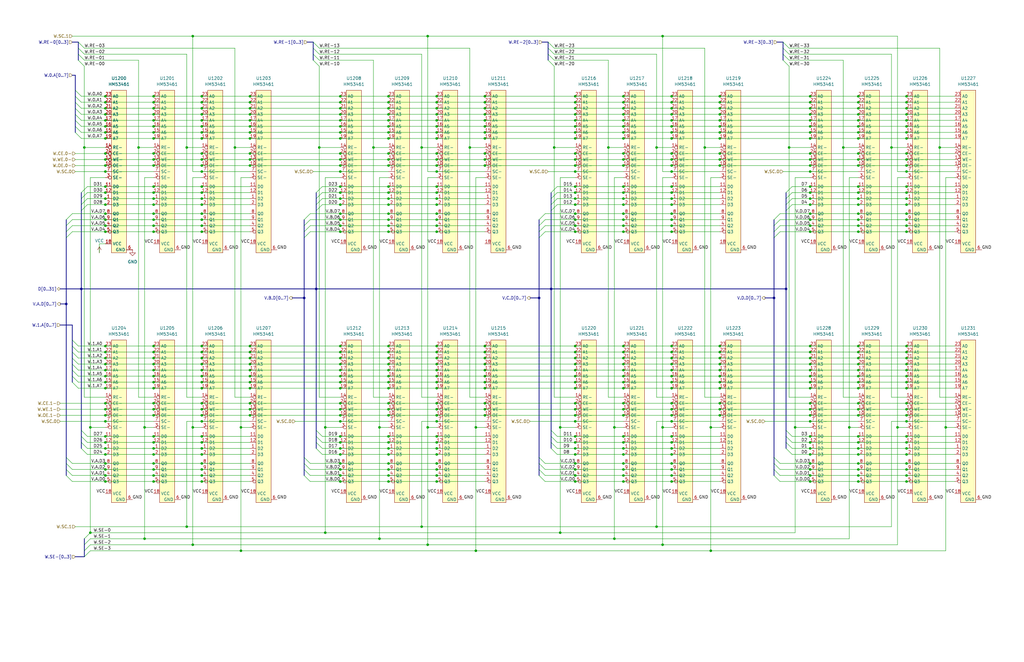
<source format=kicad_sch>
(kicad_sch (version 20250114) (generator "eeschema") (generator_version "9.0")
  (paper "USLedger")
  (junction (at 105.41 161.29))
  (junction (at 143.51 161.29))
  (junction (at 157.48 62.23))
  (junction (at 341.63 163.83))
  (junction (at 184.15 163.83))
  (junction (at 341.63 86.36))
  (junction (at 242.57 83.82))
  (junction (at 101.6 232.41))
  (junction (at 85.09 64.77))
  (junction (at 143.51 90.17))
  (junction (at 44.45 195.58))
  (junction (at 242.57 67.31))
  (junction (at 262.89 92.71))
  (junction (at 105.41 67.31))
  (junction (at 85.09 156.21))
  (junction (at 341.63 95.25))
  (junction (at 143.51 50.8))
  (junction (at 143.51 69.85))
  (junction (at 341.63 50.8))
  (junction (at 85.09 45.72))
  (junction (at 85.09 186.69))
  (junction (at 283.21 172.72))
  (junction (at 341.63 153.67))
  (junction (at 85.09 92.71))
  (junction (at 242.57 172.72))
  (junction (at 242.57 146.05))
  (junction (at 64.77 40.64))
  (junction (at 341.63 172.72))
  (junction (at 382.27 95.25))
  (junction (at 341.63 198.12))
  (junction (at 64.77 148.59))
  (junction (at 163.83 69.85))
  (junction (at 44.45 81.28))
  (junction (at 204.47 175.26))
  (junction (at 283.21 177.8))
  (junction (at 382.27 153.67))
  (junction (at 283.21 92.71))
  (junction (at 184.15 72.39))
  (junction (at 85.09 158.75))
  (junction (at 163.83 90.17))
  (junction (at 382.27 53.34))
  (junction (at 143.51 146.05))
  (junction (at 262.89 153.67))
  (junction (at 184.15 170.18))
  (junction (at 64.77 203.2))
  (junction (at 341.63 184.15))
  (junction (at 143.51 163.83))
  (junction (at 341.63 191.77))
  (junction (at 361.95 172.72))
  (junction (at 64.77 48.26))
  (junction (at 85.09 203.2))
  (junction (at 242.57 163.83))
  (junction (at 44.45 97.79))
  (junction (at 143.51 58.42))
  (junction (at 283.21 58.42))
  (junction (at 204.47 170.18))
  (junction (at 44.45 184.15))
  (junction (at 361.95 195.58))
  (junction (at 341.63 55.88))
  (junction (at 341.63 97.79))
  (junction (at 303.53 64.77))
  (junction (at 382.27 184.15))
  (junction (at 361.95 53.34))
  (junction (at 85.09 151.13))
  (junction (at 361.95 86.36))
  (junction (at 382.27 198.12))
  (junction (at 361.95 92.71))
  (junction (at 81.28 180.34))
  (junction (at 137.16 180.34))
  (junction (at 283.21 53.34))
  (junction (at 303.53 146.05))
  (junction (at 143.51 158.75))
  (junction (at 44.45 170.18))
  (junction (at 361.95 90.17))
  (junction (at 204.47 55.88))
  (junction (at 44.45 86.36))
  (junction (at 361.95 203.2))
  (junction (at 64.77 81.28))
  (junction (at 378.46 180.34))
  (junction (at 361.95 83.82))
  (junction (at 382.27 45.72))
  (junction (at 163.83 156.21))
  (junction (at 64.77 64.77))
  (junction (at 184.15 189.23))
  (junction (at 105.41 53.34))
  (junction (at 64.77 161.29))
  (junction (at 44.45 191.77))
  (junction (at 105.41 163.83))
  (junction (at 341.63 200.66))
  (junction (at 242.57 92.71))
  (junction (at 283.21 203.2))
  (junction (at 204.47 172.72))
  (junction (at 341.63 158.75))
  (junction (at 184.15 53.34))
  (junction (at 242.57 72.39))
  (junction (at 200.66 180.34))
  (junction (at 341.63 170.18))
  (junction (at 64.77 45.72))
  (junction (at 184.15 55.88))
  (junction (at 283.21 43.18))
  (junction (at 184.15 153.67))
  (junction (at 331.47 121.92))
  (junction (at 133.35 121.92))
  (junction (at 184.15 200.66))
  (junction (at 242.57 50.8))
  (junction (at 375.92 62.23))
  (junction (at 204.47 153.67))
  (junction (at 44.45 200.66))
  (junction (at 105.41 43.18))
  (junction (at 262.89 50.8))
  (junction (at 332.74 62.23))
  (junction (at 44.45 58.42))
  (junction (at 85.09 69.85))
  (junction (at 38.1 180.34))
  (junction (at 143.51 64.77))
  (junction (at 143.51 92.71))
  (junction (at 361.95 189.23))
  (junction (at 382.27 78.74))
  (junction (at 382.27 86.36))
  (junction (at 303.53 45.72))
  (junction (at 361.95 198.12))
  (junction (at 242.57 184.15))
  (junction (at 341.63 48.26))
  (junction (at 361.95 163.83))
  (junction (at 341.63 90.17))
  (junction (at 64.77 151.13))
  (junction (at 382.27 189.23))
  (junction (at 382.27 200.66))
  (junction (at 398.78 180.34))
  (junction (at 341.63 58.42))
  (junction (at 303.53 175.26))
  (junction (at 361.95 43.18))
  (junction (at 279.4 229.87))
  (junction (at 64.77 146.05))
  (junction (at 382.27 170.18))
  (junction (at 44.45 161.29))
  (junction (at 283.21 189.23))
  (junction (at 262.89 64.77))
  (junction (at 85.09 90.17))
  (junction (at 262.89 69.85))
  (junction (at 184.15 198.12))
  (junction (at 361.95 156.21))
  (junction (at 382.27 177.8))
  (junction (at 382.27 48.26))
  (junction (at 262.89 186.69))
  (junction (at 143.51 45.72))
  (junction (at 335.28 180.34))
  (junction (at 283.21 95.25))
  (junction (at 283.21 200.66))
  (junction (at 184.15 146.05))
  (junction (at 64.77 83.82))
  (junction (at 242.57 177.8))
  (junction (at 163.83 92.71))
  (junction (at 64.77 163.83))
  (junction (at 262.89 90.17))
  (junction (at 184.15 184.15))
  (junction (at 382.27 40.64))
  (junction (at 279.4 180.34))
  (junction (at 44.45 153.67))
  (junction (at 85.09 78.74))
  (junction (at 361.95 81.28))
  (junction (at 341.63 78.74))
  (junction (at 143.51 95.25))
  (junction (at 242.57 198.12))
  (junction (at 303.53 172.72))
  (junction (at 44.45 43.18))
  (junction (at 382.27 92.71))
  (junction (at 283.21 151.13))
  (junction (at 163.83 186.69))
  (junction (at 262.89 40.64))
  (junction (at 184.15 158.75))
  (junction (at 242.57 189.23))
  (junction (at 163.83 64.77))
  (junction (at 64.77 90.17))
  (junction (at 105.41 170.18))
  (junction (at 85.09 170.18))
  (junction (at 85.09 86.36))
  (junction (at 283.21 158.75))
  (junction (at 283.21 48.26))
  (junction (at 242.57 81.28))
  (junction (at 143.51 177.8))
  (junction (at 163.83 203.2))
  (junction (at 204.47 50.8))
  (junction (at 105.41 148.59))
  (junction (at 184.15 97.79))
  (junction (at 262.89 86.36))
  (junction (at 262.89 156.21))
  (junction (at 44.45 156.21))
  (junction (at 382.27 43.18))
  (junction (at 204.47 146.05))
  (junction (at 64.77 198.12))
  (junction (at 341.63 64.77))
  (junction (at 64.77 186.69))
  (junction (at 341.63 156.21))
  (junction (at 303.53 158.75))
  (junction (at 105.41 45.72))
  (junction (at 382.27 90.17))
  (junction (at 44.45 151.13))
  (junction (at 283.21 186.69))
  (junction (at 44.45 146.05))
  (junction (at 184.15 191.77))
  (junction (at 143.51 195.58))
  (junction (at 85.09 200.66))
  (junction (at 143.51 186.69))
  (junction (at 64.77 153.67))
  (junction (at 242.57 170.18))
  (junction (at 303.53 151.13))
  (junction (at 163.83 83.82))
  (junction (at 163.83 43.18))
  (junction (at 283.21 40.64))
  (junction (at 163.83 97.79))
  (junction (at 262.89 83.82))
  (junction (at 85.09 48.26))
  (junction (at 64.77 184.15))
  (junction (at 361.95 146.05))
  (junction (at 163.83 175.26))
  (junction (at 64.77 189.23))
  (junction (at 44.45 158.75))
  (junction (at 283.21 45.72))
  (junction (at 184.15 90.17))
  (junction (at 105.41 156.21))
  (junction (at 163.83 95.25))
  (junction (at 283.21 148.59))
  (junction (at 163.83 55.88))
  (junction (at 242.57 45.72))
  (junction (at 184.15 58.42))
  (junction (at 382.27 191.77))
  (junction (at 382.27 163.83))
  (junction (at 44.45 95.25))
  (junction (at 283.21 97.79))
  (junction (at 262.89 146.05))
  (junction (at 262.89 151.13))
  (junction (at 85.09 95.25))
  (junction (at 143.51 175.26))
  (junction (at 361.95 78.74))
  (junction (at 341.63 53.34))
  (junction (at 262.89 43.18))
  (junction (at 303.53 163.83))
  (junction (at 262.89 48.26))
  (junction (at 204.47 58.42))
  (junction (at 163.83 161.29))
  (junction (at 382.27 97.79))
  (junction (at 85.09 153.67))
  (junction (at 184.15 83.82))
  (junction (at 341.63 175.26))
  (junction (at 163.83 153.67))
  (junction (at 204.47 40.64))
  (junction (at 143.51 189.23))
  (junction (at 361.95 175.26))
  (junction (at 361.95 58.42))
  (junction (at 283.21 78.74))
  (junction (at 85.09 43.18))
  (junction (at 143.51 198.12))
  (junction (at 227.33 125.73))
  (junction (at 382.27 146.05))
  (junction (at 361.95 97.79))
  (junction (at 85.09 97.79))
  (junction (at 184.15 161.29))
  (junction (at 105.41 153.67))
  (junction (at 64.77 50.8))
  (junction (at 303.53 156.21))
  (junction (at 44.45 48.26))
  (junction (at 44.45 177.8))
  (junction (at 283.21 72.39))
  (junction (at 64.77 191.77))
  (junction (at 242.57 158.75))
  (junction (at 64.77 170.18))
  (junction (at 27.94 128.27))
  (junction (at 283.21 153.67))
  (junction (at 256.54 62.23))
  (junction (at 341.63 45.72))
  (junction (at 382.27 67.31))
  (junction (at 382.27 64.77))
  (junction (at 184.15 64.77))
  (junction (at 184.15 67.31))
  (junction (at 242.57 40.64))
  (junction (at 326.39 125.73))
  (junction (at 163.83 45.72))
  (junction (at 382.27 186.69))
  (junction (at 283.21 191.77))
  (junction (at 184.15 48.26))
  (junction (at 85.09 40.64))
  (junction (at 180.34 180.34))
  (junction (at 204.47 69.85))
  (junction (at 85.09 172.72))
  (junction (at 143.51 200.66))
  (junction (at 204.47 161.29))
  (junction (at 382.27 151.13))
  (junction (at 85.09 161.29))
  (junction (at 163.83 50.8))
  (junction (at 85.09 184.15))
  (junction (at 341.63 40.64))
  (junction (at 81.28 15.24))
  (junction (at 163.83 195.58))
  (junction (at 163.83 198.12))
  (junction (at 105.41 55.88))
  (junction (at 200.66 232.41))
  (junction (at 242.57 95.25))
  (junction (at 361.95 45.72))
  (junction (at 64.77 78.74))
  (junction (at 105.41 69.85))
  (junction (at 236.22 224.79))
  (junction (at 204.47 148.59))
  (junction (at 143.51 184.15))
  (junction (at 78.74 62.23))
  (junction (at 58.42 62.23))
  (junction (at 341.63 148.59))
  (junction (at 283.21 64.77))
  (junction (at 262.89 67.31))
  (junction (at 303.53 67.31))
  (junction (at 35.56 62.23))
  (junction (at 143.51 72.39))
  (junction (at 163.83 58.42))
  (junction (at 242.57 148.59))
  (junction (at 85.09 58.42))
  (junction (at 81.28 229.87))
  (junction (at 303.53 161.29))
  (junction (at 64.77 175.26))
  (junction (at 44.45 72.39))
  (junction (at 184.15 50.8))
  (junction (at 242.57 58.42))
  (junction (at 137.16 224.79))
  (junction (at 361.95 184.15))
  (junction (at 303.53 170.18))
  (junction (at 283.21 184.15))
  (junction (at 242.57 191.77))
  (junction (at 44.45 189.23))
  (junction (at 341.63 151.13))
  (junction (at 232.41 121.92))
  (junction (at 242.57 43.18))
  (junction (at 361.95 48.26))
  (junction (at 204.47 45.72))
  (junction (at 105.41 58.42))
  (junction (at 283.21 163.83))
  (junction (at 242.57 203.2))
  (junction (at 279.4 15.24))
  (junction (at 143.51 170.18))
  (junction (at 204.47 158.75))
  (junction (at 382.27 158.75))
  (junction (at 105.41 64.77))
  (junction (at 262.89 191.77))
  (junction (at 242.57 78.74))
  (junction (at 163.83 189.23))
  (junction (at 64.77 97.79))
  (junction (at 303.53 153.67))
  (junction (at 283.21 67.31))
  (junction (at 180.34 229.87))
  (junction (at 177.8 62.23))
  (junction (at 163.83 172.72))
  (junction (at 105.41 158.75))
  (junction (at 105.41 151.13))
  (junction (at 85.09 148.59))
  (junction (at 303.53 43.18))
  (junction (at 44.45 90.17))
  (junction (at 44.45 78.74))
  (junction (at 262.89 53.34))
  (junction (at 382.27 58.42))
  (junction (at 143.51 81.28))
  (junction (at 283.21 195.58))
  (junction (at 44.45 163.83))
  (junction (at 184.15 148.59))
  (junction (at 262.89 148.59))
  (junction (at 262.89 200.66))
  (junction (at 44.45 64.77))
  (junction (at 85.09 175.26))
  (junction (at 262.89 170.18))
  (junction (at 44.45 83.82))
  (junction (at 341.63 146.05))
  (junction (at 38.1 224.79))
  (junction (at 361.95 55.88))
  (junction (at 382.27 72.39))
  (junction (at 242.57 55.88))
  (junction (at 341.63 92.71))
  (junction (at 184.15 81.28))
  (junction (at 85.09 50.8))
  (junction (at 163.83 148.59))
  (junction (at 242.57 64.77))
  (junction (at 361.95 151.13))
  (junction (at 396.24 62.23))
  (junction (at 44.45 186.69))
  (junction (at 303.53 69.85))
  (junction (at 163.83 170.18))
  (junction (at 283.21 69.85))
  (junction (at 85.09 189.23))
  (junction (at 44.45 172.72))
  (junction (at 299.72 232.41))
  (junction (at 204.47 43.18))
  (junction (at 361.95 40.64))
  (junction (at 143.51 148.59))
  (junction (at 99.06 62.23))
  (junction (at 242.57 151.13))
  (junction (at 105.41 175.26))
  (junction (at 242.57 200.66))
  (junction (at 283.21 50.8))
  (junction (at 163.83 48.26))
  (junction (at 242.57 175.26))
  (junction (at 143.51 43.18))
  (junction (at 64.77 67.31))
  (junction (at 262.89 95.25))
  (junction (at 259.08 180.34))
  (junction (at 64.77 53.34))
  (junction (at 361.95 67.31))
  (junction (at 64.77 172.72))
  (junction (at 163.83 146.05))
  (junction (at 163.83 200.66))
  (junction (at 242.57 161.29))
  (junction (at 204.47 163.83))
  (junction (at 163.83 40.64))
  (junction (at 177.8 222.25))
  (junction (at 105.41 50.8))
  (junction (at 283.21 156.21))
  (junction (at 303.53 40.64))
  (junction (at 143.51 53.34))
  (junction (at 184.15 69.85))
  (junction (at 163.83 81.28))
  (junction (at 44.45 53.34))
  (junction (at 361.95 161.29))
  (junction (at 262.89 195.58))
  (junction (at 143.51 151.13))
  (junction (at 382.27 195.58))
  (junction (at 180.34 15.24))
  (junction (at 355.6 62.23))
  (junction (at 44.45 148.59))
  (junction (at 184.15 151.13))
  (junction (at 204.47 64.77))
  (junction (at 105.41 48.26))
  (junction (at 242.57 153.67))
  (junction (at 143.51 97.79))
  (junction (at 283.21 83.82))
  (junction (at 163.83 86.36))
  (junction (at 236.22 180.34))
  (junction (at 163.83 158.75))
  (junction (at 283.21 146.05))
  (junction (at 262.89 158.75))
  (junction (at 44.45 198.12))
  (junction (at 44.45 55.88))
  (junction (at 64.77 86.36))
  (junction (at 361.95 69.85))
  (junction (at 242.57 90.17))
  (junction (at 85.09 195.58))
  (junction (at 44.45 50.8))
  (junction (at 143.51 40.64))
  (junction (at 143.51 55.88))
  (junction (at 64.77 92.71))
  (junction (at 163.83 78.74))
  (junction (at 64.77 200.66))
  (junction (at 262.89 163.83))
  (junction (at 283.21 198.12))
  (junction (at 299.72 180.34))
  (junction (at 262.89 203.2))
  (junction (at 163.83 53.34))
  (junction (at 143.51 78.74))
  (junction (at 143.51 86.36))
  (junction (at 382.27 83.82))
  (junction (at 64.77 95.25))
  (junction (at 283.21 170.18))
  (junction (at 143.51 83.82))
  (junction (at 262.89 55.88))
  (junction (at 283.21 86.36))
  (junction (at 382.27 69.85))
  (junction (at 85.09 81.28))
  (junction (at 184.15 92.71))
  (junction (at 204.47 53.34))
  (junction (at 184.15 177.8))
  (junction (at 341.63 195.58))
  (junction (at 382.27 81.28))
  (junction (at 44.45 203.2))
  (junction (at 184.15 172.72))
  (junction (at 242.57 195.58))
  (junction (at 259.08 227.33))
  (junction (at 143.51 172.72))
  (junction (at 163.83 191.77))
  (junction (at 341.63 43.18))
  (junction (at 128.27 125.73))
  (junction (at 85.09 72.39))
  (junction (at 85.09 53.34))
  (junction (at 163.83 151.13))
  (junction (at 85.09 191.77))
  (junction (at 60.96 180.34))
  (junction (at 382.27 172.72))
  (junction (at 361.95 50.8))
  (junction (at 242.57 97.79))
  (junction (at 276.86 62.23))
  (junction (at 105.41 172.72))
  (junction (at 283.21 175.26))
  (junction (at 160.02 180.34))
  (junction (at 160.02 227.33))
  (junction (at 44.45 175.26))
  (junction (at 361.95 191.77))
  (junction (at 184.15 86.36))
  (junction (at 184.15 156.21))
  (junction (at 44.45 69.85))
  (junction (at 242.57 156.21))
  (junction (at 361.95 158.75))
  (junction (at 361.95 186.69))
  (junction (at 34.29 121.92))
  (junction (at 341.63 72.39))
  (junction (at 382.27 55.88))
  (junction (at 361.95 95.25))
  (junction (at 143.51 48.26))
  (junction (at 204.47 151.13))
  (junction (at 85.09 146.05))
  (junction (at 262.89 172.72))
  (junction (at 242.57 86.36))
  (junction (at 341.63 189.23))
  (junction (at 242.57 53.34))
  (junction (at 204.47 48.26))
  (junction (at 341.63 67.31))
  (junction (at 198.12 62.23))
  (junction (at 184.15 45.72))
  (junction (at 64.77 58.42))
  (junction (at 242.57 69.85))
  (junction (at 358.14 180.34))
  (junction (at 341.63 177.8))
  (junction (at 64.77 158.75))
  (junction (at 303.53 148.59))
  (junction (at 382.27 161.29))
  (junction (at 64.77 156.21))
  (junction (at 184.15 95.25))
  (junction (at 341.63 83.82))
  (junction (at 361.95 200.66))
  (junction (at 303.53 48.26))
  (junction (at 143.51 153.67))
  (junction (at 64.77 195.58))
  (junction (at 143.51 203.2))
  (junction (at 184.15 175.26))
  (junction (at 382.27 148.59))
  (junction (at 143.51 156.21))
  (junction (at 184.15 78.74))
  (junction (at 64.77 55.88))
  (junction (at 44.45 92.71))
  (junction (at 85.09 198.12))
  (junction (at 85.09 67.31))
  (junction (at 341.63 81.28))
  (junction (at 184.15 186.69))
  (junction (at 262.89 184.15))
  (junction (at 44.45 67.31))
  (junction (at 341.63 161.29))
  (junction (at 105.41 146.05))
  (junction (at 262.89 189.23))
  (junction (at 303.53 50.8))
  (junction (at 262.89 161.29))
  (junction (at 382.27 156.21))
  (junction (at 143.51 191.77))
  (junction (at 184.15 195.58))
  (junction (at 204.47 156.21))
  (junction (at 276.86 222.25))
  (junction (at 85.09 163.83))
  (junction (at 262.89 81.28))
  (junction (at 382.27 50.8))
  (junction (at 163.83 67.31))
  (junction (at 361.95 148.59))
  (junction (at 105.41 40.64))
  (junction (at 163.83 184.15))
  (junction (at 64.77 43.18))
  (junction (at 341.63 69.85))
  (junction (at 382.27 203.2))
  (junction (at 262.89 78.74))
  (junction (at 262.89 198.12))
  (junction (at 242.57 186.69))
  (junction (at 85.09 83.82))
  (junction (at 233.68 62.23))
  (junction (at 184.15 203.2))
  (junction (at 134.62 62.23))
  (junction (at 85.09 177.8))
  (junction (at 163.83 163.83))
  (junction (at 60.96 227.33))
  (junction (at 262.89 97.79))
  (junction (at 262.89 175.26))
  (junction (at 382.27 175.26))
  (junction (at 64.77 69.85))
  (junction (at 204.47 67.31))
  (junction (at 283.21 161.29))
  (junction (at 262.89 58.42))
  (junction (at 262.89 45.72))
  (junction (at 283.21 90.17))
  (junction (at 101.6 180.34))
  (junction (at 303.53 55.88))
  (junction (at 341.63 203.2))
  (junction (at 283.21 55.88))
  (junction (at 303.53 53.34))
  (junction (at 361.95 153.67))
  (junction (at 184.15 40.64))
  (junction (at 44.45 45.72))
  (junction (at 143.51 67.31))
  (junction (at 341.63 186.69))
  (junction (at 184.15 43.18))
  (junction (at 85.09 55.88))
  (junction (at 44.45 40.64))
  (junction (at 303.53 58.42))
  (junction (at 283.21 81.28))
  (junction (at 242.57 48.26))
  (junction (at 361.95 64.77))
  (junction (at 361.95 170.18))
  (junction (at 297.18 62.23))
  (junction (at 78.74 222.25))
  (bus_entry (at 128.27 97.79) (size 2.54 -2.54))
  (bus_entry (at 133.35 83.82) (size 2.54 -2.54))
  (bus_entry (at 331.47 181.61) (size 2.54 2.54))
  (bus_entry (at 326.39 97.79) (size 2.54 -2.54))
  (bus_entry (at 33.02 22.86) (size 2.54 2.54))
  (bus_entry (at 133.35 181.61) (size 2.54 2.54))
  (bus_entry (at 33.02 25.4) (size 2.54 2.54))
  (bus_entry (at 128.27 195.58) (size 2.54 2.54))
  (bus_entry (at 133.35 186.69) (size 2.54 2.54))
  (bus_entry (at 232.41 189.23) (size 2.54 2.54))
  (bus_entry (at 331.47 186.69) (size 2.54 2.54))
  (bus_entry (at 133.35 189.23) (size 2.54 2.54))
  (bus_entry (at 331.47 86.36) (size 2.54 -2.54))
  (bus_entry (at 231.14 25.4) (size 2.54 2.54))
  (bus_entry (at 331.47 83.82) (size 2.54 -2.54))
  (bus_entry (at 27.94 193.04) (size 2.54 2.54))
  (bus_entry (at 27.94 195.58) (size 2.54 2.54))
  (bus_entry (at 128.27 193.04) (size 2.54 2.54))
  (bus_entry (at 227.33 200.66) (size 2.54 2.54))
  (bus_entry (at 30.48 146.05) (size 2.54 2.54))
  (bus_entry (at 227.33 198.12) (size 2.54 2.54))
  (bus_entry (at 30.48 161.29) (size 2.54 2.54))
  (bus_entry (at 30.48 148.59) (size 2.54 2.54))
  (bus_entry (at 326.39 92.71) (size 2.54 -2.54))
  (bus_entry (at 132.08 20.32) (size 2.54 2.54))
  (bus_entry (at 133.35 88.9) (size 2.54 -2.54))
  (bus_entry (at 34.29 86.36) (size 2.54 -2.54))
  (bus_entry (at 227.33 97.79) (size 2.54 -2.54))
  (bus_entry (at 31.75 48.26) (size 2.54 2.54))
  (bus_entry (at 232.41 186.69) (size 2.54 2.54))
  (bus_entry (at 30.48 143.51) (size 2.54 2.54))
  (bus_entry (at 330.2 25.4) (size 2.54 2.54))
  (bus_entry (at 31.75 40.64) (size 2.54 2.54))
  (bus_entry (at 232.41 83.82) (size 2.54 -2.54))
  (bus_entry (at 27.94 200.66) (size 2.54 2.54))
  (bus_entry (at 34.29 184.15) (size 2.54 2.54))
  (bus_entry (at 227.33 195.58) (size 2.54 2.54))
  (bus_entry (at 132.08 25.4) (size 2.54 2.54))
  (bus_entry (at 132.08 22.86) (size 2.54 2.54))
  (bus_entry (at 133.35 86.36) (size 2.54 -2.54))
  (bus_entry (at 30.48 151.13) (size 2.54 2.54))
  (bus_entry (at 227.33 92.71) (size 2.54 -2.54))
  (bus_entry (at 331.47 81.28) (size 2.54 -2.54))
  (bus_entry (at 326.39 198.12) (size 2.54 2.54))
  (bus_entry (at 35.56 234.95) (size 2.54 -2.54))
  (bus_entry (at 31.75 50.8) (size 2.54 2.54))
  (bus_entry (at 27.94 97.79) (size 2.54 -2.54))
  (bus_entry (at 27.94 95.25) (size 2.54 -2.54))
  (bus_entry (at 34.29 83.82) (size 2.54 -2.54))
  (bus_entry (at 330.2 20.32) (size 2.54 2.54))
  (bus_entry (at 31.75 38.1) (size 2.54 2.54))
  (bus_entry (at 231.14 20.32) (size 2.54 2.54))
  (bus_entry (at 128.27 95.25) (size 2.54 -2.54))
  (bus_entry (at 227.33 193.04) (size 2.54 2.54))
  (bus_entry (at 35.56 229.87) (size 2.54 -2.54))
  (bus_entry (at 232.41 181.61) (size 2.54 2.54))
  (bus_entry (at 31.75 53.34) (size 2.54 2.54))
  (bus_entry (at 34.29 88.9) (size 2.54 -2.54))
  (bus_entry (at 30.48 158.75) (size 2.54 2.54))
  (bus_entry (at 34.29 181.61) (size 2.54 2.54))
  (bus_entry (at 31.75 45.72) (size 2.54 2.54))
  (bus_entry (at 330.2 22.86) (size 2.54 2.54))
  (bus_entry (at 232.41 81.28) (size 2.54 -2.54))
  (bus_entry (at 34.29 186.69) (size 2.54 2.54))
  (bus_entry (at 326.39 193.04) (size 2.54 2.54))
  (bus_entry (at 232.41 184.15) (size 2.54 2.54))
  (bus_entry (at 128.27 92.71) (size 2.54 -2.54))
  (bus_entry (at 232.41 88.9) (size 2.54 -2.54))
  (bus_entry (at 34.29 189.23) (size 2.54 2.54))
  (bus_entry (at 128.27 200.66) (size 2.54 2.54))
  (bus_entry (at 31.75 55.88) (size 2.54 2.54))
  (bus_entry (at 133.35 184.15) (size 2.54 2.54))
  (bus_entry (at 132.08 17.78) (size 2.54 2.54))
  (bus_entry (at 128.27 198.12) (size 2.54 2.54))
  (bus_entry (at 232.41 86.36) (size 2.54 -2.54))
  (bus_entry (at 35.56 232.41) (size 2.54 -2.54))
  (bus_entry (at 27.94 198.12) (size 2.54 2.54))
  (bus_entry (at 231.14 22.86) (size 2.54 2.54))
  (bus_entry (at 231.14 17.78) (size 2.54 2.54))
  (bus_entry (at 331.47 88.9) (size 2.54 -2.54))
  (bus_entry (at 34.29 81.28) (size 2.54 -2.54))
  (bus_entry (at 326.39 200.66) (size 2.54 2.54))
  (bus_entry (at 31.75 43.18) (size 2.54 2.54))
  (bus_entry (at 326.39 195.58) (size 2.54 2.54))
  (bus_entry (at 33.02 20.32) (size 2.54 2.54))
  (bus_entry (at 133.35 81.28) (size 2.54 -2.54))
  (bus_entry (at 30.48 153.67) (size 2.54 2.54))
  (bus_entry (at 27.94 100.33) (size 2.54 -2.54))
  (bus_entry (at 30.48 156.21) (size 2.54 2.54))
  (bus_entry (at 330.2 17.78) (size 2.54 2.54))
  (bus_entry (at 326.39 95.25) (size 2.54 -2.54))
  (bus_entry (at 27.94 92.71) (size 2.54 -2.54))
  (bus_entry (at 331.47 189.23) (size 2.54 2.54))
  (bus_entry (at 33.02 17.78) (size 2.54 2.54))
  (bus_entry (at 227.33 100.33) (size 2.54 -2.54))
  (bus_entry (at 326.39 100.33) (size 2.54 -2.54))
  (bus_entry (at 227.33 95.25) (size 2.54 -2.54))
  (bus_entry (at 331.47 184.15) (size 2.54 2.54))
  (bus_entry (at 35.56 227.33) (size 2.54 -2.54))
  (bus_entry (at 128.27 100.33) (size 2.54 -2.54))
  (wire (pts (xy 134.62 25.4) (xy 157.48 25.4)))
  (wire (pts (xy 81.28 229.87) (xy 180.34 229.87)))
  (bus (pts (xy 25.4 121.92) (xy 34.29 121.92)))
  (wire (pts (xy 283.21 97.79) (xy 303.53 97.79)))
  (wire (pts (xy 143.51 203.2) (xy 163.83 203.2)))
  (wire (pts (xy 242.57 97.79) (xy 262.89 97.79)))
  (wire (pts (xy 341.63 146.05) (xy 361.95 146.05)))
  (wire (pts (xy 229.87 92.71) (xy 242.57 92.71)))
  (wire (pts (xy 204.47 153.67) (xy 242.57 153.67)))
  (wire (pts (xy 198.12 62.23) (xy 204.47 62.23)))
  (wire (pts (xy 335.28 224.79) (xy 335.28 180.34)))
  (wire (pts (xy 283.21 184.15) (xy 303.53 184.15)))
  (wire (pts (xy 130.81 97.79) (xy 143.51 97.79)))
  (bus (pts (xy 227.33 100.33) (xy 227.33 125.73)))
  (wire (pts (xy 85.09 83.82) (xy 105.41 83.82)))
  (wire (pts (xy 262.89 172.72) (xy 283.21 172.72)))
  (wire (pts (xy 163.83 151.13) (xy 184.15 151.13)))
  (wire (pts (xy 60.96 180.34) (xy 60.96 227.33)))
  (wire (pts (xy 163.83 64.77) (xy 184.15 64.77)))
  (wire (pts (xy 262.89 48.26) (xy 283.21 48.26)))
  (wire (pts (xy 242.57 167.64) (xy 233.68 167.64)))
  (wire (pts (xy 283.21 167.64) (xy 276.86 167.64)))
  (wire (pts (xy 85.09 189.23) (xy 105.41 189.23)))
  (wire (pts (xy 361.95 67.31) (xy 382.27 67.31)))
  (wire (pts (xy 132.08 72.39) (xy 143.51 72.39)))
  (wire (pts (xy 184.15 55.88) (xy 204.47 55.88)))
  (wire (pts (xy 135.89 191.77) (xy 143.51 191.77)))
  (wire (pts (xy 31.75 222.25) (xy 78.74 222.25)))
  (wire (pts (xy 184.15 170.18) (xy 204.47 170.18)))
  (wire (pts (xy 204.47 40.64) (xy 242.57 40.64)))
  (wire (pts (xy 81.28 15.24) (xy 81.28 72.39)))
  (wire (pts (xy 236.22 180.34) (xy 236.22 74.93)))
  (wire (pts (xy 34.29 50.8) (xy 44.45 50.8)))
  (bus (pts (xy 331.47 181.61) (xy 331.47 184.15)))
  (wire (pts (xy 361.95 191.77) (xy 382.27 191.77)))
  (wire (pts (xy 64.77 200.66) (xy 85.09 200.66)))
  (wire (pts (xy 361.95 151.13) (xy 382.27 151.13)))
  (wire (pts (xy 143.51 90.17) (xy 163.83 90.17)))
  (wire (pts (xy 262.89 184.15) (xy 283.21 184.15)))
  (wire (pts (xy 180.34 180.34) (xy 180.34 229.87)))
  (wire (pts (xy 303.53 148.59) (xy 341.63 148.59)))
  (wire (pts (xy 283.21 43.18) (xy 303.53 43.18)))
  (wire (pts (xy 163.83 146.05) (xy 184.15 146.05)))
  (wire (pts (xy 163.83 156.21) (xy 184.15 156.21)))
  (wire (pts (xy 160.02 180.34) (xy 160.02 227.33)))
  (wire (pts (xy 64.77 163.83) (xy 85.09 163.83)))
  (wire (pts (xy 25.4 175.26) (xy 44.45 175.26)))
  (bus (pts (xy 25.4 137.16) (xy 30.48 137.16)))
  (wire (pts (xy 341.63 48.26) (xy 361.95 48.26)))
  (wire (pts (xy 382.27 45.72) (xy 402.59 45.72)))
  (wire (pts (xy 361.95 78.74) (xy 382.27 78.74)))
  (bus (pts (xy 31.75 53.34) (xy 31.75 50.8)))
  (wire (pts (xy 143.51 48.26) (xy 163.83 48.26)))
  (bus (pts (xy 133.35 186.69) (xy 133.35 189.23)))
  (wire (pts (xy 262.89 186.69) (xy 283.21 186.69)))
  (wire (pts (xy 44.45 95.25) (xy 64.77 95.25)))
  (wire (pts (xy 234.95 86.36) (xy 242.57 86.36)))
  (wire (pts (xy 236.22 224.79) (xy 335.28 224.79)))
  (wire (pts (xy 396.24 167.64) (xy 396.24 62.23)))
  (wire (pts (xy 41.91 102.87) (xy 44.45 102.87)))
  (wire (pts (xy 130.81 203.2) (xy 143.51 203.2)))
  (wire (pts (xy 382.27 95.25) (xy 402.59 95.25)))
  (bus (pts (xy 35.56 232.41) (xy 35.56 234.95)))
  (wire (pts (xy 163.83 97.79) (xy 184.15 97.79)))
  (wire (pts (xy 105.41 163.83) (xy 143.51 163.83)))
  (wire (pts (xy 64.77 151.13) (xy 85.09 151.13)))
  (wire (pts (xy 177.8 62.23) (xy 177.8 22.86)))
  (wire (pts (xy 34.29 43.18) (xy 44.45 43.18)))
  (wire (pts (xy 35.56 62.23) (xy 35.56 27.94)))
  (wire (pts (xy 361.95 45.72) (xy 382.27 45.72)))
  (wire (pts (xy 341.63 148.59) (xy 361.95 148.59)))
  (wire (pts (xy 184.15 86.36) (xy 204.47 86.36)))
  (wire (pts (xy 44.45 45.72) (xy 64.77 45.72)))
  (wire (pts (xy 262.89 97.79) (xy 283.21 97.79)))
  (wire (pts (xy 85.09 64.77) (xy 105.41 64.77)))
  (wire (pts (xy 382.27 81.28) (xy 402.59 81.28)))
  (wire (pts (xy 44.45 161.29) (xy 64.77 161.29)))
  (wire (pts (xy 262.89 158.75) (xy 283.21 158.75)))
  (wire (pts (xy 283.21 83.82) (xy 303.53 83.82)))
  (wire (pts (xy 398.78 180.34) (xy 398.78 232.41)))
  (bus (pts (xy 30.48 148.59) (xy 30.48 146.05)))
  (wire (pts (xy 355.6 62.23) (xy 355.6 25.4)))
  (wire (pts (xy 105.41 170.18) (xy 143.51 170.18)))
  (wire (pts (xy 184.15 50.8) (xy 204.47 50.8)))
  (wire (pts (xy 34.29 40.64) (xy 44.45 40.64)))
  (wire (pts (xy 85.09 156.21) (xy 105.41 156.21)))
  (wire (pts (xy 163.83 161.29) (xy 184.15 161.29)))
  (wire (pts (xy 105.41 180.34) (xy 101.6 180.34)))
  (bus (pts (xy 34.29 186.69) (xy 34.29 189.23)))
  (bus (pts (xy 30.48 153.67) (xy 30.48 151.13)))
  (wire (pts (xy 64.77 172.72) (xy 85.09 172.72)))
  (wire (pts (xy 361.95 184.15) (xy 382.27 184.15)))
  (wire (pts (xy 101.6 180.34) (xy 101.6 74.93)))
  (wire (pts (xy 143.51 97.79) (xy 163.83 97.79)))
  (wire (pts (xy 303.53 50.8) (xy 341.63 50.8)))
  (wire (pts (xy 341.63 55.88) (xy 361.95 55.88)))
  (wire (pts (xy 143.51 198.12) (xy 163.83 198.12)))
  (wire (pts (xy 303.53 146.05) (xy 341.63 146.05)))
  (wire (pts (xy 242.57 81.28) (xy 262.89 81.28)))
  (wire (pts (xy 361.95 153.67) (xy 382.27 153.67)))
  (wire (pts (xy 64.77 53.34) (xy 85.09 53.34)))
  (wire (pts (xy 303.53 153.67) (xy 341.63 153.67)))
  (wire (pts (xy 396.24 62.23) (xy 402.59 62.23)))
  (wire (pts (xy 361.95 95.25) (xy 382.27 95.25)))
  (wire (pts (xy 279.4 229.87) (xy 378.46 229.87)))
  (wire (pts (xy 143.51 153.67) (xy 163.83 153.67)))
  (wire (pts (xy 143.51 191.77) (xy 163.83 191.77)))
  (wire (pts (xy 341.63 167.64) (xy 332.74 167.64)))
  (bus (pts (xy 34.29 121.92) (xy 34.29 181.61)))
  (wire (pts (xy 137.16 180.34) (xy 137.16 74.93)))
  (wire (pts (xy 180.34 15.24) (xy 180.34 72.39)))
  (wire (pts (xy 78.74 62.23) (xy 78.74 22.86)))
  (wire (pts (xy 135.89 186.69) (xy 143.51 186.69)))
  (wire (pts (xy 44.45 86.36) (xy 64.77 86.36)))
  (wire (pts (xy 184.15 48.26) (xy 204.47 48.26)))
  (wire (pts (xy 33.02 148.59) (xy 44.45 148.59)))
  (wire (pts (xy 303.53 40.64) (xy 341.63 40.64)))
  (wire (pts (xy 177.8 167.64) (xy 177.8 62.23)))
  (wire (pts (xy 163.83 90.17) (xy 184.15 90.17)))
  (wire (pts (xy 163.83 148.59) (xy 184.15 148.59)))
  (wire (pts (xy 283.21 180.34) (xy 279.4 180.34)))
  (wire (pts (xy 163.83 83.82) (xy 184.15 83.82)))
  (wire (pts (xy 78.74 167.64) (xy 78.74 62.23)))
  (wire (pts (xy 262.89 163.83) (xy 283.21 163.83)))
  (wire (pts (xy 44.45 146.05) (xy 64.77 146.05)))
  (wire (pts (xy 85.09 177.8) (xy 105.41 177.8)))
  (bus (pts (xy 128.27 193.04) (xy 128.27 195.58)))
  (wire (pts (xy 198.12 167.64) (xy 198.12 62.23)))
  (wire (pts (xy 361.95 92.71) (xy 382.27 92.71)))
  (wire (pts (xy 242.57 156.21) (xy 262.89 156.21)))
  (wire (pts (xy 38.1 232.41) (xy 101.6 232.41)))
  (wire (pts (xy 143.51 83.82) (xy 163.83 83.82)))
  (wire (pts (xy 283.21 189.23) (xy 303.53 189.23)))
  (wire (pts (xy 200.66 232.41) (xy 299.72 232.41)))
  (bus (pts (xy 331.47 81.28) (xy 331.47 83.82)))
  (wire (pts (xy 382.27 72.39) (xy 402.59 72.39)))
  (wire (pts (xy 81.28 180.34) (xy 81.28 229.87)))
  (wire (pts (xy 242.57 177.8) (xy 262.89 177.8)))
  (bus (pts (xy 33.02 20.32) (xy 33.02 17.78)))
  (wire (pts (xy 163.83 172.72) (xy 184.15 172.72)))
  (bus (pts (xy 227.33 193.04) (xy 227.33 195.58)))
  (wire (pts (xy 334.01 81.28) (xy 341.63 81.28)))
  (wire (pts (xy 361.95 86.36) (xy 382.27 86.36)))
  (wire (pts (xy 64.77 64.77) (xy 85.09 64.77)))
  (wire (pts (xy 204.47 172.72) (xy 242.57 172.72)))
  (wire (pts (xy 44.45 97.79) (xy 64.77 97.79)))
  (wire (pts (xy 31.75 67.31) (xy 44.45 67.31)))
  (wire (pts (xy 242.57 189.23) (xy 262.89 189.23)))
  (wire (pts (xy 358.14 180.34) (xy 361.95 180.34)))
  (wire (pts (xy 334.01 184.15) (xy 341.63 184.15)))
  (bus (pts (xy 326.39 92.71) (xy 326.39 95.25)))
  (wire (pts (xy 229.87 200.66) (xy 242.57 200.66)))
  (wire (pts (xy 382.27 148.59) (xy 402.59 148.59)))
  (wire (pts (xy 382.27 67.31) (xy 402.59 67.31)))
  (wire (pts (xy 283.21 45.72) (xy 303.53 45.72)))
  (wire (pts (xy 382.27 189.23) (xy 402.59 189.23)))
  (wire (pts (xy 341.63 170.18) (xy 361.95 170.18)))
  (wire (pts (xy 36.83 189.23) (xy 44.45 189.23)))
  (wire (pts (xy 303.53 48.26) (xy 341.63 48.26)))
  (wire (pts (xy 184.15 78.74) (xy 204.47 78.74)))
  (wire (pts (xy 382.27 177.8) (xy 375.92 177.8)))
  (wire (pts (xy 382.27 170.18) (xy 402.59 170.18)))
  (wire (pts (xy 184.15 69.85) (xy 204.47 69.85)))
  (wire (pts (xy 58.42 62.23) (xy 64.77 62.23)))
  (wire (pts (xy 105.41 146.05) (xy 143.51 146.05)))
  (wire (pts (xy 135.89 78.74) (xy 143.51 78.74)))
  (wire (pts (xy 341.63 58.42) (xy 361.95 58.42)))
  (wire (pts (xy 382.27 74.93) (xy 378.46 74.93)))
  (wire (pts (xy 361.95 148.59) (xy 382.27 148.59)))
  (wire (pts (xy 242.57 64.77) (xy 262.89 64.77)))
  (wire (pts (xy 335.28 74.93) (xy 341.63 74.93)))
  (wire (pts (xy 64.77 167.64) (xy 58.42 167.64)))
  (wire (pts (xy 297.18 62.23) (xy 297.18 20.32)))
  (wire (pts (xy 242.57 148.59) (xy 262.89 148.59)))
  (wire (pts (xy 105.41 55.88) (xy 143.51 55.88)))
  (wire (pts (xy 361.95 53.34) (xy 382.27 53.34)))
  (wire (pts (xy 134.62 62.23) (xy 134.62 27.94)))
  (wire (pts (xy 99.06 167.64) (xy 99.06 62.23)))
  (wire (pts (xy 85.09 78.74) (xy 105.41 78.74)))
  (wire (pts (xy 262.89 50.8) (xy 283.21 50.8)))
  (wire (pts (xy 262.89 189.23) (xy 283.21 189.23)))
  (wire (pts (xy 361.95 203.2) (xy 382.27 203.2)))
  (bus (pts (xy 331.47 186.69) (xy 331.47 189.23)))
  (wire (pts (xy 234.95 191.77) (xy 242.57 191.77)))
  (wire (pts (xy 44.45 156.21) (xy 64.77 156.21)))
  (wire (pts (xy 242.57 86.36) (xy 262.89 86.36)))
  (wire (pts (xy 242.57 58.42) (xy 262.89 58.42)))
  (wire (pts (xy 242.57 45.72) (xy 262.89 45.72)))
  (wire (pts (xy 262.89 58.42) (xy 283.21 58.42)))
  (bus (pts (xy 232.41 88.9) (xy 232.41 121.92)))
  (wire (pts (xy 135.89 83.82) (xy 143.51 83.82)))
  (wire (pts (xy 163.83 186.69) (xy 184.15 186.69)))
  (wire (pts (xy 242.57 158.75) (xy 262.89 158.75)))
  (wire (pts (xy 262.89 81.28) (xy 283.21 81.28)))
  (bus (pts (xy 326.39 95.25) (xy 326.39 97.79)))
  (wire (pts (xy 303.53 170.18) (xy 341.63 170.18)))
  (wire (pts (xy 262.89 195.58) (xy 283.21 195.58)))
  (wire (pts (xy 242.57 198.12) (xy 262.89 198.12)))
  (wire (pts (xy 382.27 156.21) (xy 402.59 156.21)))
  (wire (pts (xy 44.45 53.34) (xy 64.77 53.34)))
  (wire (pts (xy 64.77 50.8) (xy 85.09 50.8)))
  (wire (pts (xy 163.83 198.12) (xy 184.15 198.12)))
  (wire (pts (xy 283.21 175.26) (xy 303.53 175.26)))
  (wire (pts (xy 341.63 203.2) (xy 361.95 203.2)))
  (wire (pts (xy 44.45 203.2) (xy 64.77 203.2)))
  (wire (pts (xy 262.89 40.64) (xy 283.21 40.64)))
  (wire (pts (xy 361.95 55.88) (xy 382.27 55.88)))
  (wire (pts (xy 143.51 58.42) (xy 163.83 58.42)))
  (wire (pts (xy 204.47 180.34) (xy 200.66 180.34)))
  (bus (pts (xy 232.41 83.82) (xy 232.41 86.36)))
  (wire (pts (xy 204.47 151.13) (xy 242.57 151.13)))
  (wire (pts (xy 283.21 90.17) (xy 303.53 90.17)))
  (wire (pts (xy 204.47 146.05) (xy 242.57 146.05)))
  (wire (pts (xy 143.51 40.64) (xy 163.83 40.64)))
  (wire (pts (xy 44.45 67.31) (xy 64.77 67.31)))
  (wire (pts (xy 163.83 195.58) (xy 184.15 195.58)))
  (bus (pts (xy 133.35 83.82) (xy 133.35 86.36)))
  (wire (pts (xy 163.83 48.26) (xy 184.15 48.26)))
  (wire (pts (xy 262.89 67.31) (xy 283.21 67.31)))
  (wire (pts (xy 328.93 92.71) (xy 341.63 92.71)))
  (wire (pts (xy 303.53 163.83) (xy 341.63 163.83)))
  (wire (pts (xy 36.83 78.74) (xy 44.45 78.74)))
  (wire (pts (xy 382.27 78.74) (xy 402.59 78.74)))
  (wire (pts (xy 398.78 180.34) (xy 398.78 74.93)))
  (bus (pts (xy 27.94 100.33) (xy 27.94 128.27)))
  (wire (pts (xy 361.95 43.18) (xy 382.27 43.18)))
  (wire (pts (xy 231.14 72.39) (xy 242.57 72.39)))
  (wire (pts (xy 242.57 146.05) (xy 262.89 146.05)))
  (wire (pts (xy 382.27 172.72) (xy 402.59 172.72)))
  (wire (pts (xy 341.63 198.12) (xy 361.95 198.12)))
  (wire (pts (xy 64.77 148.59) (xy 85.09 148.59)))
  (wire (pts (xy 163.83 189.23) (xy 184.15 189.23)))
  (wire (pts (xy 283.21 203.2) (xy 303.53 203.2)))
  (bus (pts (xy 31.75 40.64) (xy 31.75 38.1)))
  (wire (pts (xy 38.1 229.87) (xy 81.28 229.87)))
  (wire (pts (xy 283.21 198.12) (xy 303.53 198.12)))
  (wire (pts (xy 283.21 55.88) (xy 303.53 55.88)))
  (wire (pts (xy 358.14 74.93) (xy 358.14 180.34)))
  (wire (pts (xy 64.77 146.05) (xy 85.09 146.05)))
  (wire (pts (xy 44.45 153.67) (xy 64.77 153.67)))
  (wire (pts (xy 283.21 153.67) (xy 303.53 153.67)))
  (wire (pts (xy 36.83 184.15) (xy 44.45 184.15)))
  (bus (pts (xy 227.33 125.73) (xy 227.33 193.04)))
  (wire (pts (xy 85.09 50.8) (xy 105.41 50.8)))
  (wire (pts (xy 64.77 43.18) (xy 85.09 43.18)))
  (wire (pts (xy 378.46 74.93) (xy 378.46 180.34)))
  (wire (pts (xy 30.48 200.66) (xy 44.45 200.66)))
  (wire (pts (xy 180.34 229.87) (xy 279.4 229.87)))
  (bus (pts (xy 30.48 158.75) (xy 30.48 156.21)))
  (wire (pts (xy 184.15 153.67) (xy 204.47 153.67)))
  (bus (pts (xy 34.29 181.61) (xy 34.29 184.15)))
  (wire (pts (xy 64.77 203.2) (xy 85.09 203.2)))
  (wire (pts (xy 242.57 175.26) (xy 262.89 175.26)))
  (wire (pts (xy 335.28 74.93) (xy 335.28 180.34)))
  (wire (pts (xy 382.27 175.26) (xy 402.59 175.26)))
  (bus (pts (xy 133.35 121.92) (xy 133.35 181.61)))
  (wire (pts (xy 177.8 177.8) (xy 177.8 222.25)))
  (wire (pts (xy 85.09 148.59) (xy 105.41 148.59)))
  (wire (pts (xy 204.47 175.26) (xy 242.57 175.26)))
  (wire (pts (xy 105.41 161.29) (xy 143.51 161.29)))
  (wire (pts (xy 330.2 72.39) (xy 341.63 72.39)))
  (bus (pts (xy 133.35 184.15) (xy 133.35 186.69)))
  (wire (pts (xy 303.53 69.85) (xy 341.63 69.85)))
  (wire (pts (xy 34.29 48.26) (xy 44.45 48.26)))
  (wire (pts (xy 64.77 92.71) (xy 85.09 92.71)))
  (wire (pts (xy 303.53 156.21) (xy 341.63 156.21)))
  (wire (pts (xy 35.56 22.86) (xy 78.74 22.86)))
  (wire (pts (xy 200.66 180.34) (xy 200.66 232.41)))
  (bus (pts (xy 132.08 20.32) (xy 132.08 17.78)))
  (wire (pts (xy 184.15 172.72) (xy 204.47 172.72)))
  (wire (pts (xy 134.62 62.23) (xy 143.51 62.23)))
  (wire (pts (xy 30.48 92.71) (xy 44.45 92.71)))
  (wire (pts (xy 341.63 163.83) (xy 361.95 163.83)))
  (wire (pts (xy 204.47 69.85) (xy 242.57 69.85)))
  (wire (pts (xy 382.27 200.66) (xy 402.59 200.66)))
  (bus (pts (xy 227.33 92.71) (xy 227.33 95.25)))
  (bus (pts (xy 30.48 31.75) (xy 31.75 31.75)))
  (wire (pts (xy 283.21 191.77) (xy 303.53 191.77)))
  (wire (pts (xy 341.63 200.66) (xy 361.95 200.66)))
  (wire (pts (xy 303.53 45.72) (xy 341.63 45.72)))
  (wire (pts (xy 234.95 184.15) (xy 242.57 184.15)))
  (wire (pts (xy 163.83 167.64) (xy 157.48 167.64)))
  (wire (pts (xy 130.81 198.12) (xy 143.51 198.12)))
  (bus (pts (xy 31.75 31.75) (xy 31.75 38.1)))
  (wire (pts (xy 64.77 55.88) (xy 85.09 55.88)))
  (bus (pts (xy 232.41 181.61) (xy 232.41 121.92)))
  (wire (pts (xy 262.89 203.2) (xy 283.21 203.2)))
  (bus (pts (xy 327.66 17.78) (xy 330.2 17.78)))
  (wire (pts (xy 135.89 184.15) (xy 143.51 184.15)))
  (wire (pts (xy 143.51 92.71) (xy 163.83 92.71)))
  (wire (pts (xy 229.87 95.25) (xy 242.57 95.25)))
  (wire (pts (xy 332.74 62.23) (xy 341.63 62.23)))
  (wire (pts (xy 361.95 83.82) (xy 382.27 83.82)))
  (wire (pts (xy 223.52 177.8) (xy 242.57 177.8)))
  (bus (pts (xy 31.75 45.72) (xy 31.75 43.18)))
  (wire (pts (xy 105.41 64.77) (xy 143.51 64.77)))
  (wire (pts (xy 382.27 48.26) (xy 402.59 48.26)))
  (bus (pts (xy 128.27 100.33) (xy 128.27 125.73)))
  (wire (pts (xy 184.15 53.34) (xy 204.47 53.34)))
  (bus (pts (xy 133.35 81.28) (xy 133.35 83.82)))
  (wire (pts (xy 242.57 95.25) (xy 262.89 95.25)))
  (wire (pts (xy 33.02 153.67) (xy 44.45 153.67)))
  (wire (pts (xy 204.47 43.18) (xy 242.57 43.18)))
  (bus (pts (xy 30.48 156.21) (xy 30.48 153.67)))
  (wire (pts (xy 157.48 62.23) (xy 163.83 62.23)))
  (wire (pts (xy 358.14 180.34) (xy 358.14 227.33)))
  (wire (pts (xy 283.21 58.42) (xy 303.53 58.42)))
  (wire (pts (xy 105.41 172.72) (xy 143.51 172.72)))
  (wire (pts (xy 262.89 43.18) (xy 283.21 43.18)))
  (wire (pts (xy 163.83 86.36) (xy 184.15 86.36)))
  (wire (pts (xy 85.09 184.15) (xy 105.41 184.15)))
  (wire (pts (xy 382.27 195.58) (xy 402.59 195.58)))
  (wire (pts (xy 303.53 43.18) (xy 341.63 43.18)))
  (wire (pts (xy 184.15 177.8) (xy 177.8 177.8)))
  (wire (pts (xy 184.15 67.31) (xy 204.47 67.31)))
  (bus (pts (xy 34.29 81.28) (xy 34.29 83.82)))
  (wire (pts (xy 322.58 177.8) (xy 341.63 177.8)))
  (wire (pts (xy 105.41 53.34) (xy 143.51 53.34)))
  (wire (pts (xy 332.74 20.32) (xy 396.24 20.32)))
  (wire (pts (xy 135.89 86.36) (xy 143.51 86.36)))
  (wire (pts (xy 283.21 50.8) (xy 303.53 50.8)))
  (wire (pts (xy 361.95 198.12) (xy 382.27 198.12)))
  (wire (pts (xy 303.53 53.34) (xy 341.63 53.34)))
  (bus (pts (xy 330.2 25.4) (xy 330.2 22.86)))
  (bus (pts (xy 331.47 86.36) (xy 331.47 88.9)))
  (wire (pts (xy 382.27 158.75) (xy 402.59 158.75)))
  (wire (pts (xy 242.57 186.69) (xy 262.89 186.69)))
  (wire (pts (xy 36.83 83.82) (xy 44.45 83.82)))
  (wire (pts (xy 44.45 148.59) (xy 64.77 148.59)))
  (wire (pts (xy 262.89 198.12) (xy 283.21 198.12)))
  (wire (pts (xy 242.57 161.29) (xy 262.89 161.29)))
  (wire (pts (xy 242.57 55.88) (xy 262.89 55.88)))
  (wire (pts (xy 341.63 69.85) (xy 361.95 69.85)))
  (wire (pts (xy 242.57 50.8) (xy 262.89 50.8)))
  (wire (pts (xy 341.63 184.15) (xy 361.95 184.15)))
  (bus (pts (xy 128.27 95.25) (xy 128.27 97.79)))
  (wire (pts (xy 396.24 62.23) (xy 396.24 20.32)))
  (wire (pts (xy 283.21 64.77) (xy 303.53 64.77)))
  (wire (pts (xy 328.93 95.25) (xy 341.63 95.25)))
  (wire (pts (xy 30.48 97.79) (xy 44.45 97.79)))
  (wire (pts (xy 361.95 97.79) (xy 382.27 97.79)))
  (wire (pts (xy 382.27 177.8) (xy 402.59 177.8)))
  (wire (pts (xy 85.09 175.26) (xy 105.41 175.26)))
  (wire (pts (xy 143.51 161.29) (xy 163.83 161.29)))
  (wire (pts (xy 382.27 146.05) (xy 402.59 146.05)))
  (wire (pts (xy 99.06 62.23) (xy 99.06 20.32)))
  (wire (pts (xy 64.77 40.64) (xy 85.09 40.64)))
  (wire (pts (xy 31.75 69.85) (xy 44.45 69.85)))
  (bus (pts (xy 132.08 22.86) (xy 132.08 20.32)))
  (wire (pts (xy 361.95 40.64) (xy 382.27 40.64)))
  (wire (pts (xy 303.53 151.13) (xy 341.63 151.13)))
  (wire (pts (xy 204.47 170.18) (xy 242.57 170.18)))
  (wire (pts (xy 163.83 163.83) (xy 184.15 163.83)))
  (wire (pts (xy 143.51 175.26) (xy 163.83 175.26)))
  (wire (pts (xy 44.45 200.66) (xy 64.77 200.66)))
  (wire (pts (xy 30.48 90.17) (xy 44.45 90.17)))
  (wire (pts (xy 157.48 62.23) (xy 157.48 25.4)))
  (wire (pts (xy 177.8 222.25) (xy 276.86 222.25)))
  (wire (pts (xy 256.54 167.64) (xy 256.54 62.23)))
  (bus (pts (xy 30.48 146.05) (xy 30.48 143.51)))
  (wire (pts (xy 143.51 81.28) (xy 163.83 81.28)))
  (wire (pts (xy 78.74 222.25) (xy 177.8 222.25)))
  (wire (pts (xy 130.81 95.25) (xy 143.51 95.25)))
  (wire (pts (xy 361.95 50.8) (xy 382.27 50.8)))
  (wire (pts (xy 105.41 156.21) (xy 143.51 156.21)))
  (wire (pts (xy 30.48 195.58) (xy 44.45 195.58)))
  (wire (pts (xy 256.54 62.23) (xy 256.54 25.4)))
  (wire (pts (xy 36.83 81.28) (xy 44.45 81.28)))
  (wire (pts (xy 297.18 167.64) (xy 297.18 62.23)))
  (wire (pts (xy 375.92 167.64) (xy 375.92 62.23)))
  (bus (pts (xy 232.41 86.36) (xy 232.41 88.9)))
  (bus (pts (xy 27.94 195.58) (xy 27.94 198.12)))
  (wire (pts (xy 242.57 184.15) (xy 262.89 184.15)))
  (wire (pts (xy 157.48 167.64) (xy 157.48 62.23)))
  (wire (pts (xy 303.53 64.77) (xy 341.63 64.77)))
  (wire (pts (xy 233.68 20.32) (xy 297.18 20.32)))
  (wire (pts (xy 33.02 163.83) (xy 44.45 163.83)))
  (bus (pts (xy 227.33 195.58) (xy 227.33 198.12)))
  (wire (pts (xy 303.53 158.75) (xy 341.63 158.75)))
  (wire (pts (xy 184.15 167.64) (xy 177.8 167.64)))
  (wire (pts (xy 143.51 67.31) (xy 163.83 67.31)))
  (wire (pts (xy 361.95 172.72) (xy 382.27 172.72)))
  (wire (pts (xy 332.74 25.4) (xy 355.6 25.4)))
  (wire (pts (xy 101.6 74.93) (xy 105.41 74.93)))
  (wire (pts (xy 234.95 189.23) (xy 242.57 189.23)))
  (wire (pts (xy 163.83 153.67) (xy 184.15 153.67)))
  (wire (pts (xy 85.09 55.88) (xy 105.41 55.88)))
  (wire (pts (xy 44.45 172.72) (xy 64.77 172.72)))
  (wire (pts (xy 361.95 81.28) (xy 382.27 81.28)))
  (wire (pts (xy 341.63 40.64) (xy 361.95 40.64)))
  (wire (pts (xy 279.4 180.34) (xy 279.4 74.93)))
  (bus (pts (xy 31.75 234.95) (xy 35.56 234.95)))
  (wire (pts (xy 262.89 90.17) (xy 283.21 90.17)))
  (wire (pts (xy 361.95 64.77) (xy 382.27 64.77)))
  (wire (pts (xy 382.27 184.15) (xy 402.59 184.15)))
  (wire (pts (xy 143.51 45.72) (xy 163.83 45.72)))
  (wire (pts (xy 184.15 58.42) (xy 204.47 58.42)))
  (wire (pts (xy 184.15 177.8) (xy 204.47 177.8)))
  (bus (pts (xy 31.75 55.88) (xy 31.75 53.34)))
  (bus (pts (xy 228.6 17.78) (xy 231.14 17.78)))
  (wire (pts (xy 85.09 151.13) (xy 105.41 151.13)))
  (wire (pts (xy 31.75 64.77) (xy 44.45 64.77)))
  (wire (pts (xy 85.09 195.58) (xy 105.41 195.58)))
  (wire (pts (xy 242.57 153.67) (xy 262.89 153.67)))
  (wire (pts (xy 143.51 55.88) (xy 163.83 55.88)))
  (wire (pts (xy 361.95 69.85) (xy 382.27 69.85)))
  (wire (pts (xy 361.95 189.23) (xy 382.27 189.23)))
  (wire (pts (xy 44.45 64.77) (xy 64.77 64.77)))
  (wire (pts (xy 184.15 95.25) (xy 204.47 95.25)))
  (wire (pts (xy 283.21 148.59) (xy 303.53 148.59)))
  (wire (pts (xy 341.63 78.74) (xy 361.95 78.74)))
  (wire (pts (xy 200.66 180.34) (xy 200.66 74.93)))
  (wire (pts (xy 64.77 184.15) (xy 85.09 184.15)))
  (bus (pts (xy 133.35 86.36) (xy 133.35 88.9)))
  (wire (pts (xy 85.09 67.31) (xy 105.41 67.31)))
  (wire (pts (xy 143.51 148.59) (xy 163.83 148.59)))
  (wire (pts (xy 105.41 69.85) (xy 143.51 69.85)))
  (wire (pts (xy 184.15 203.2) (xy 204.47 203.2)))
  (wire (pts (xy 262.89 53.34) (xy 283.21 53.34)))
  (wire (pts (xy 143.51 53.34) (xy 163.83 53.34)))
  (wire (pts (xy 184.15 146.05) (xy 204.47 146.05)))
  (wire (pts (xy 204.47 161.29) (xy 242.57 161.29)))
  (wire (pts (xy 105.41 148.59) (xy 143.51 148.59)))
  (wire (pts (xy 262.89 156.21) (xy 283.21 156.21)))
  (wire (pts (xy 204.47 50.8) (xy 242.57 50.8)))
  (wire (pts (xy 44.45 55.88) (xy 64.77 55.88)))
  (wire (pts (xy 78.74 62.23) (xy 85.09 62.23)))
  (wire (pts (xy 44.45 177.8) (xy 64.77 177.8)))
  (wire (pts (xy 262.89 146.05) (xy 283.21 146.05)))
  (wire (pts (xy 262.89 167.64) (xy 256.54 167.64)))
  (wire (pts (xy 105.41 43.18) (xy 143.51 43.18)))
  (wire (pts (xy 332.74 62.23) (xy 332.74 27.94)))
  (wire (pts (xy 44.45 186.69) (xy 64.77 186.69)))
  (wire (pts (xy 242.57 92.71) (xy 262.89 92.71)))
  (bus (pts (xy 227.33 95.25) (xy 227.33 97.79)))
  (wire (pts (xy 81.28 15.24) (xy 180.34 15.24)))
  (wire (pts (xy 85.09 45.72) (xy 105.41 45.72)))
  (wire (pts (xy 101.6 232.41) (xy 200.66 232.41)))
  (wire (pts (xy 303.53 175.26) (xy 341.63 175.26)))
  (wire (pts (xy 229.87 198.12) (xy 242.57 198.12)))
  (wire (pts (xy 163.83 50.8) (xy 184.15 50.8)))
  (wire (pts (xy 303.53 161.29) (xy 341.63 161.29)))
  (bus (pts (xy 34.29 86.36) (xy 34.29 88.9)))
  (wire (pts (xy 25.4 170.18) (xy 44.45 170.18)))
  (wire (pts (xy 137.16 224.79) (xy 236.22 224.79)))
  (bus (pts (xy 331.47 83.82) (xy 331.47 86.36)))
  (wire (pts (xy 134.62 20.32) (xy 198.12 20.32)))
  (wire (pts (xy 204.47 53.34) (xy 242.57 53.34)))
  (bus (pts (xy 34.29 83.82) (xy 34.29 86.36)))
  (bus (pts (xy 326.39 198.12) (xy 326.39 200.66)))
  (wire (pts (xy 137.16 180.34) (xy 143.51 180.34)))
  (wire (pts (xy 44.45 175.26) (xy 64.77 175.26)))
  (wire (pts (xy 143.51 95.25) (xy 163.83 95.25)))
  (bus (pts (xy 31.75 43.18) (xy 31.75 40.64)))
  (wire (pts (xy 124.46 177.8) (xy 143.51 177.8)))
  (wire (pts (xy 35.56 167.64) (xy 35.56 62.23)))
  (wire (pts (xy 85.09 81.28) (xy 105.41 81.28)))
  (wire (pts (xy 341.63 151.13) (xy 361.95 151.13)))
  (wire (pts (xy 143.51 156.21) (xy 163.83 156.21)))
  (wire (pts (xy 276.86 62.23) (xy 283.21 62.23)))
  (wire (pts (xy 283.21 48.26) (xy 303.53 48.26)))
  (wire (pts (xy 44.45 81.28) (xy 64.77 81.28)))
  (wire (pts (xy 85.09 48.26) (xy 105.41 48.26)))
  (wire (pts (xy 34.29 53.34) (xy 44.45 53.34)))
  (wire (pts (xy 137.16 180.34) (xy 137.16 224.79)))
  (bus (pts (xy 231.14 22.86) (xy 231.14 20.32)))
  (wire (pts (xy 85.09 158.75) (xy 105.41 158.75)))
  (wire (pts (xy 60.96 74.93) (xy 64.77 74.93)))
  (wire (pts (xy 198.12 62.23) (xy 198.12 20.32)))
  (wire (pts (xy 382.27 198.12) (xy 402.59 198.12)))
  (wire (pts (xy 303.53 172.72) (xy 341.63 172.72)))
  (wire (pts (xy 382.27 43.18) (xy 402.59 43.18)))
  (wire (pts (xy 256.54 62.23) (xy 262.89 62.23)))
  (wire (pts (xy 163.83 95.25) (xy 184.15 95.25)))
  (wire (pts (xy 64.77 189.23) (xy 85.09 189.23)))
  (wire (pts (xy 85.09 180.34) (xy 81.28 180.34)))
  (wire (pts (xy 143.51 64.77) (xy 163.83 64.77)))
  (wire (pts (xy 283.21 146.05) (xy 303.53 146.05)))
  (wire (pts (xy 64.77 156.21) (xy 85.09 156.21)))
  (wire (pts (xy 85.09 172.72) (xy 105.41 172.72)))
  (wire (pts (xy 382.27 64.77) (xy 402.59 64.77)))
  (wire (pts (xy 276.86 167.64) (xy 276.86 62.23)))
  (wire (pts (xy 341.63 191.77) (xy 361.95 191.77)))
  (wire (pts (xy 382.27 163.83) (xy 402.59 163.83)))
  (wire (pts (xy 361.95 200.66) (xy 382.27 200.66)))
  (wire (pts (xy 38.1 74.93) (xy 44.45 74.93)))
  (wire (pts (xy 38.1 180.34) (xy 38.1 74.93)))
  (wire (pts (xy 177.8 62.23) (xy 184.15 62.23)))
  (wire (pts (xy 85.09 86.36) (xy 105.41 86.36)))
  (wire (pts (xy 81.28 180.34) (xy 81.28 74.93)))
  (bus (pts (xy 326.39 100.33) (xy 326.39 125.73)))
  (wire (pts (xy 341.63 156.21) (xy 361.95 156.21)))
  (wire (pts (xy 341.63 72.39) (xy 361.95 72.39)))
  (bus (pts (xy 128.27 125.73) (xy 123.19 125.73)))
  (wire (pts (xy 184.15 186.69) (xy 204.47 186.69)))
  (wire (pts (xy 35.56 20.32) (xy 99.06 20.32)))
  (wire (pts (xy 105.41 58.42) (xy 143.51 58.42)))
  (wire (pts (xy 163.83 191.77) (xy 184.15 191.77)))
  (wire (pts (xy 34.29 55.88) (xy 44.45 55.88)))
  (wire (pts (xy 180.34 74.93) (xy 184.15 74.93)))
  (wire (pts (xy 283.21 67.31) (xy 303.53 67.31)))
  (wire (pts (xy 382.27 55.88) (xy 402.59 55.88)))
  (wire (pts (xy 242.57 163.83) (xy 262.89 163.83)))
  (bus (pts (xy 227.33 198.12) (xy 227.33 200.66)))
  (wire (pts (xy 361.95 158.75) (xy 382.27 158.75)))
  (wire (pts (xy 184.15 83.82) (xy 204.47 83.82)))
  (bus (pts (xy 232.41 121.92) (xy 133.35 121.92)))
  (bus (pts (xy 27.94 193.04) (xy 27.94 195.58)))
  (wire (pts (xy 382.27 167.64) (xy 375.92 167.64)))
  (wire (pts (xy 60.96 180.34) (xy 60.96 74.93)))
  (bus (pts (xy 33.02 17.78) (xy 30.48 17.78)))
  (wire (pts (xy 36.83 186.69) (xy 44.45 186.69)))
  (wire (pts (xy 234.95 83.82) (xy 242.57 83.82)))
  (wire (pts (xy 334.01 191.77) (xy 341.63 191.77)))
  (wire (pts (xy 184.15 161.29) (xy 204.47 161.29)))
  (wire (pts (xy 105.41 48.26) (xy 143.51 48.26)))
  (wire (pts (xy 299.72 180.34) (xy 299.72 232.41)))
  (wire (pts (xy 143.51 69.85) (xy 163.83 69.85)))
  (wire (pts (xy 64.77 198.12) (xy 85.09 198.12)))
  (wire (pts (xy 64.77 180.34) (xy 60.96 180.34)))
  (wire (pts (xy 279.4 180.34) (xy 279.4 229.87)))
  (wire (pts (xy 163.83 200.66) (xy 184.15 200.66)))
  (wire (pts (xy 236.22 180.34) (xy 242.57 180.34)))
  (wire (pts (xy 163.83 45.72) (xy 184.15 45.72)))
  (wire (pts (xy 44.45 48.26) (xy 64.77 48.26)))
  (wire (pts (xy 33.02 158.75) (xy 44.45 158.75)))
  (wire (pts (xy 38.1 180.34) (xy 44.45 180.34)))
  (wire (pts (xy 382.27 58.42) (xy 402.59 58.42)))
  (wire (pts (xy 64.77 153.67) (xy 85.09 153.67)))
  (bus (pts (xy 30.48 161.29) (xy 30.48 158.75)))
  (wire (pts (xy 341.63 186.69) (xy 361.95 186.69)))
  (bus (pts (xy 326.39 125.73) (xy 322.58 125.73)))
  (wire (pts (xy 303.53 167.64) (xy 297.18 167.64)))
  (wire (pts (xy 402.59 180.34) (xy 398.78 180.34)))
  (wire (pts (xy 184.15 90.17) (xy 204.47 90.17)))
  (wire (pts (xy 341.63 43.18) (xy 361.95 43.18)))
  (wire (pts (xy 229.87 97.79) (xy 242.57 97.79)))
  (wire (pts (xy 160.02 227.33) (xy 259.08 227.33)))
  (wire (pts (xy 262.89 95.25) (xy 283.21 95.25)))
  (wire (pts (xy 233.68 62.23) (xy 233.68 27.94)))
  (wire (pts (xy 262.89 148.59) (xy 283.21 148.59)))
  (wire (pts (xy 361.95 161.29) (xy 382.27 161.29)))
  (bus (pts (xy 34.29 88.9) (xy 34.29 121.92)))
  (wire (pts (xy 64.77 175.26) (xy 85.09 175.26)))
  (wire (pts (xy 85.09 69.85) (xy 105.41 69.85)))
  (wire (pts (xy 160.02 74.93) (xy 163.83 74.93)))
  (wire (pts (xy 105.41 67.31) (xy 143.51 67.31)))
  (bus (pts (xy 331.47 184.15) (xy 331.47 186.69)))
  (wire (pts (xy 236.22 74.93) (xy 242.57 74.93)))
  (wire (pts (xy 303.53 58.42) (xy 341.63 58.42)))
  (wire (pts (xy 163.83 43.18) (xy 184.15 43.18)))
  (bus (pts (xy 231.14 20.32) (xy 231.14 17.78)))
  (wire (pts (xy 283.21 172.72) (xy 303.53 172.72)))
  (wire (pts (xy 64.77 48.26) (xy 85.09 48.26)))
  (wire (pts (xy 283.21 156.21) (xy 303.53 156.21)))
  (wire (pts (xy 44.45 189.23) (xy 64.77 189.23)))
  (wire (pts (xy 361.95 48.26) (xy 382.27 48.26)))
  (wire (pts (xy 204.47 48.26) (xy 242.57 48.26)))
  (wire (pts (xy 44.45 50.8) (xy 64.77 50.8)))
  (wire (pts (xy 105.41 175.26) (xy 143.51 175.26)))
  (wire (pts (xy 44.45 158.75) (xy 64.77 158.75)))
  (wire (pts (xy 382.27 69.85) (xy 402.59 69.85)))
  (wire (pts (xy 44.45 163.83) (xy 64.77 163.83)))
  (wire (pts (xy 180.34 180.34) (xy 180.34 74.93)))
  (wire (pts (xy 234.95 186.69) (xy 242.57 186.69)))
  (bus (pts (xy 330.2 22.86) (xy 330.2 20.32)))
  (wire (pts (xy 184.15 97.79) (xy 204.47 97.79)))
  (wire (pts (xy 184.15 195.58) (xy 204.47 195.58)))
  (wire (pts (xy 85.09 186.69) (xy 105.41 186.69)))
  (wire (pts (xy 361.95 175.26) (xy 382.27 175.26)))
  (bus (pts (xy 27.94 97.79) (xy 27.94 100.33)))
  (wire (pts (xy 163.83 78.74) (xy 184.15 78.74)))
  (wire (pts (xy 143.51 186.69) (xy 163.83 186.69)))
  (wire (pts (xy 105.41 151.13) (xy 143.51 151.13)))
  (wire (pts (xy 262.89 170.18) (xy 283.21 170.18)))
  (wire (pts (xy 262.89 151.13) (xy 283.21 151.13)))
  (wire (pts (xy 341.63 81.28) (xy 361.95 81.28)))
  (wire (pts (xy 341.63 53.34) (xy 361.95 53.34)))
  (wire (pts (xy 85.09 40.64) (xy 105.41 40.64)))
  (wire (pts (xy 204.47 58.42) (xy 242.57 58.42)))
  (wire (pts (xy 204.47 45.72) (xy 242.57 45.72)))
  (wire (pts (xy 262.89 83.82) (xy 283.21 83.82)))
  (wire (pts (xy 44.45 92.71) (xy 64.77 92.71)))
  (wire (pts (xy 204.47 67.31) (xy 242.57 67.31)))
  (wire (pts (xy 402.59 167.64) (xy 396.24 167.64)))
  (wire (pts (xy 85.09 161.29) (xy 105.41 161.29)))
  (wire (pts (xy 242.57 151.13) (xy 262.89 151.13)))
  (wire (pts (xy 262.89 175.26) (xy 283.21 175.26)))
  (wire (pts (xy 44.45 151.13) (xy 64.77 151.13)))
  (wire (pts (xy 163.83 58.42) (xy 184.15 58.42)))
  (wire (pts (xy 130.81 195.58) (xy 143.51 195.58)))
  (wire (pts (xy 242.57 69.85) (xy 262.89 69.85)))
  (wire (pts (xy 297.18 62.23) (xy 303.53 62.23)))
  (wire (pts (xy 30.48 95.25) (xy 44.45 95.25)))
  (bus (pts (xy 30.48 151.13) (xy 30.48 148.59)))
  (wire (pts (xy 283.21 163.83) (xy 303.53 163.83)))
  (wire (pts (xy 361.95 186.69) (xy 382.27 186.69)))
  (wire (pts (xy 259.08 74.93) (xy 262.89 74.93)))
  (wire (pts (xy 160.02 180.34) (xy 160.02 74.93)))
  (wire (pts (xy 81.28 74.93) (xy 85.09 74.93)))
  (wire (pts (xy 184.15 40.64) (xy 204.47 40.64)))
  (wire (pts (xy 242.57 48.26) (xy 262.89 48.26)))
  (wire (pts (xy 143.51 151.13) (xy 163.83 151.13)))
  (wire (pts (xy 276.86 222.25) (xy 375.92 222.25)))
  (wire (pts (xy 85.09 167.64) (xy 78.74 167.64)))
  (wire (pts (xy 85.09 200.66) (xy 105.41 200.66)))
  (wire (pts (xy 328.93 90.17) (xy 341.63 90.17)))
  (wire (pts (xy 44.45 72.39) (xy 64.77 72.39)))
  (bus (pts (xy 128.27 92.71) (xy 128.27 95.25)))
  (wire (pts (xy 382.27 92.71) (xy 402.59 92.71)))
  (bus (pts (xy 326.39 195.58) (xy 326.39 198.12)))
  (wire (pts (xy 44.45 43.18) (xy 64.77 43.18)))
  (bus (pts (xy 35.56 229.87) (xy 35.56 232.41)))
  (wire (pts (xy 283.21 78.74) (xy 303.53 78.74)))
  (wire (pts (xy 242.57 170.18) (xy 262.89 170.18)))
  (wire (pts (xy 38.1 224.79) (xy 137.16 224.79)))
  (wire (pts (xy 234.95 81.28) (xy 242.57 81.28)))
  (wire (pts (xy 259.08 227.33) (xy 358.14 227.33)))
  (bus (pts (xy 232.41 189.23) (xy 232.41 186.69)))
  (wire (pts (xy 64.77 58.42) (xy 85.09 58.42)))
  (bus (pts (xy 231.14 25.4) (xy 231.14 22.86)))
  (wire (pts (xy 64.77 83.82) (xy 85.09 83.82)))
  (wire (pts (xy 143.51 43.18) (xy 163.83 43.18)))
  (wire (pts (xy 262.89 55.88) (xy 283.21 55.88)))
  (wire (pts (xy 44.45 69.85) (xy 64.77 69.85)))
  (wire (pts (xy 328.93 200.66) (xy 341.63 200.66)))
  (wire (pts (xy 328.93 97.79) (xy 341.63 97.79)))
  (wire (pts (xy 341.63 175.26) (xy 361.95 175.26)))
  (wire (pts (xy 262.89 92.71) (xy 283.21 92.71)))
  (wire (pts (xy 184.15 81.28) (xy 204.47 81.28)))
  (wire (pts (xy 184.15 151.13) (xy 204.47 151.13)))
  (wire (pts (xy 262.89 45.72) (xy 283.21 45.72)))
  (wire (pts (xy 283.21 81.28) (xy 303.53 81.28)))
  (wire (pts (xy 355.6 167.64) (xy 355.6 62.23)))
  (wire (pts (xy 34.29 58.42) (xy 44.45 58.42)))
  (wire (pts (xy 143.51 163.83) (xy 163.83 163.83)))
  (wire (pts (xy 233.68 62.23) (xy 242.57 62.23)))
  (wire (pts (xy 33.02 161.29) (xy 44.45 161.29)))
  (wire (pts (xy 341.63 86.36) (xy 361.95 86.36)))
  (wire (pts (xy 143.51 78.74) (xy 163.83 78.74)))
  (wire (pts (xy 229.87 90.17) (xy 242.57 90.17)))
  (bus (pts (xy 33.02 22.86) (xy 33.02 20.32)))
  (wire (pts (xy 85.09 198.12) (xy 105.41 198.12)))
  (wire (pts (xy 303.53 67.31) (xy 341.63 67.31)))
  (wire (pts (xy 361.95 195.58) (xy 382.27 195.58)))
  (wire (pts (xy 382.27 191.77) (xy 402.59 191.77)))
  (wire (pts (xy 143.51 189.23) (xy 163.83 189.23)))
  (wire (pts (xy 332.74 167.64) (xy 332.74 62.23)))
  (wire (pts (xy 36.83 86.36) (xy 44.45 86.36)))
  (wire (pts (xy 64.77 90.17) (xy 85.09 90.17)))
  (wire (pts (xy 283.21 195.58) (xy 303.53 195.58)))
  (wire (pts (xy 85.09 97.79) (xy 105.41 97.79)))
  (wire (pts (xy 242.57 200.66) (xy 262.89 200.66)))
  (wire (pts (xy 233.68 167.64) (xy 233.68 62.23)))
  (wire (pts (xy 143.51 72.39) (xy 163.83 72.39)))
  (wire (pts (xy 163.83 175.26) (xy 184.15 175.26)))
  (wire (pts (xy 242.57 72.39) (xy 262.89 72.39)))
  (wire (pts (xy 283.21 177.8) (xy 303.53 177.8)))
  (wire (pts (xy 328.93 198.12) (xy 341.63 198.12)))
  (wire (pts (xy 242.57 83.82) (xy 262.89 83.82)))
  (bus (pts (xy 331.47 121.92) (xy 331.47 181.61)))
  (wire (pts (xy 85.09 95.25) (xy 105.41 95.25)))
  (wire (pts (xy 341.63 83.82) (xy 361.95 83.82)))
  (wire (pts (xy 85.09 72.39) (xy 105.41 72.39)))
  (wire (pts (xy 35.56 25.4) (xy 58.42 25.4)))
  (wire (pts (xy 341.63 195.58) (xy 361.95 195.58)))
  (wire (pts (xy 64.77 170.18) (xy 85.09 170.18)))
  (wire (pts (xy 382.27 151.13) (xy 402.59 151.13)))
  (wire (pts (xy 64.77 69.85) (xy 85.09 69.85)))
  (wire (pts (xy 184.15 148.59) (xy 204.47 148.59)))
  (wire (pts (xy 299.72 232.41) (xy 398.78 232.41)))
  (wire (pts (xy 31.75 72.39) (xy 44.45 72.39)))
  (wire (pts (xy 361.95 163.83) (xy 382.27 163.83)))
  (wire (pts (xy 25.4 172.72) (xy 44.45 172.72)))
  (wire (pts (xy 99.06 62.23) (xy 105.41 62.23)))
  (wire (pts (xy 341.63 67.31) (xy 361.95 67.31)))
  (wire (pts (xy 184.15 64.77) (xy 204.47 64.77)))
  (wire (pts (xy 204.47 55.88) (xy 242.57 55.88)))
  (wire (pts (xy 283.21 53.34) (xy 303.53 53.34)))
  (wire (pts (xy 283.21 151.13) (xy 303.53 151.13)))
  (wire (pts (xy 262.89 200.66) (xy 283.21 200.66)))
  (wire (pts (xy 262.89 153.67) (xy 283.21 153.67)))
  (wire (pts (xy 35.56 62.23) (xy 44.45 62.23)))
  (wire (pts (xy 229.87 195.58) (xy 242.57 195.58)))
  (wire (pts (xy 378.46 180.34) (xy 378.46 229.87)))
  (wire (pts (xy 58.42 62.23) (xy 58.42 25.4)))
  (wire (pts (xy 44.45 58.42) (xy 64.77 58.42)))
  (wire (pts (xy 328.93 195.58) (xy 341.63 195.58)))
  (wire (pts (xy 200.66 74.93) (xy 204.47 74.93)))
  (wire (pts (xy 64.77 78.74) (xy 85.09 78.74)))
  (wire (pts (xy 85.09 90.17) (xy 105.41 90.17)))
  (bus (pts (xy 132.08 17.78) (xy 129.54 17.78)))
  (wire (pts (xy 276.86 62.23) (xy 276.86 22.86)))
  (wire (pts (xy 204.47 163.83) (xy 242.57 163.83)))
  (wire (pts (xy 242.57 195.58) (xy 262.89 195.58)))
  (wire (pts (xy 184.15 191.77) (xy 204.47 191.77)))
  (wire (pts (xy 85.09 203.2) (xy 105.41 203.2)))
  (wire (pts (xy 341.63 153.67) (xy 361.95 153.67)))
  (wire (pts (xy 259.08 180.34) (xy 259.08 74.93)))
  (wire (pts (xy 283.21 40.64) (xy 303.53 40.64)))
  (wire (pts (xy 242.57 43.18) (xy 262.89 43.18)))
  (wire (pts (xy 375.92 177.8) (xy 375.92 222.25)))
  (wire (pts (xy 44.45 90.17) (xy 64.77 90.17)))
  (wire (pts (xy 204.47 64.77) (xy 242.57 64.77)))
  (wire (pts (xy 30.48 198.12) (xy 44.45 198.12)))
  (bus (pts (xy 128.27 195.58) (xy 128.27 198.12)))
  (wire (pts (xy 382.27 153.67) (xy 402.59 153.67)))
  (wire (pts (xy 163.83 67.31) (xy 184.15 67.31)))
  (wire (pts (xy 334.01 189.23) (xy 341.63 189.23)))
  (bus (pts (xy 25.4 128.27) (xy 27.94 128.27)))
  (wire (pts (xy 341.63 97.79) (xy 361.95 97.79)))
  (wire (pts (xy 233.68 22.86) (xy 276.86 22.86)))
  (wire (pts (xy 143.51 50.8) (xy 163.83 50.8)))
  (wire (pts (xy 44.45 78.74) (xy 64.77 78.74)))
  (wire (pts (xy 64.77 186.69) (xy 85.09 186.69)))
  (wire (pts (xy 85.09 146.05) (xy 105.41 146.05)))
  (wire (pts (xy 38.1 180.34) (xy 38.1 224.79)))
  (wire (pts (xy 180.34 72.39) (xy 184.15 72.39)))
  (wire (pts (xy 242.57 53.34) (xy 262.89 53.34)))
  (wire (pts (xy 184.15 43.18) (xy 204.47 43.18)))
  (wire (pts (xy 259.08 180.34) (xy 259.08 227.33)))
  (wire (pts (xy 143.51 184.15) (xy 163.83 184.15)))
  (wire (pts (xy 398.78 74.93) (xy 402.59 74.93)))
  (wire (pts (xy 283.21 161.29) (xy 303.53 161.29)))
  (wire (pts (xy 382.27 53.34) (xy 402.59 53.34)))
  (wire (pts (xy 242.57 203.2) (xy 262.89 203.2)))
  (bus (pts (xy 232.41 81.28) (xy 232.41 83.82)))
  (wire (pts (xy 180.34 15.24) (xy 279.4 15.24)))
  (wire (pts (xy 85.09 163.83) (xy 105.41 163.83)))
  (wire (pts (xy 382.27 186.69) (xy 402.59 186.69)))
  (wire (pts (xy 303.53 180.34) (xy 299.72 180.34)))
  (wire (pts (xy 163.83 170.18) (xy 184.15 170.18)))
  (wire (pts (xy 64.77 97.79) (xy 85.09 97.79)))
  (wire (pts (xy 334.01 83.82) (xy 341.63 83.82)))
  (wire (pts (xy 143.51 195.58) (xy 163.83 195.58)))
  (wire (pts (xy 334.01 78.74) (xy 341.63 78.74)))
  (bus (pts (xy 330.2 20.32) (xy 330.2 17.78)))
  (wire (pts (xy 204.47 156.21) (xy 242.57 156.21)))
  (wire (pts (xy 279.4 15.24) (xy 279.4 72.39)))
  (wire (pts (xy 184.15 72.39) (xy 204.47 72.39)))
  (bus (pts (xy 331.47 88.9) (xy 331.47 121.92)))
  (wire (pts (xy 378.46 180.34) (xy 382.27 180.34)))
  (wire (pts (xy 64.77 45.72) (xy 85.09 45.72)))
  (wire (pts (xy 184.15 163.83) (xy 204.47 163.83)))
  (wire (pts (xy 283.21 158.75) (xy 303.53 158.75)))
  (wire (pts (xy 341.63 45.72) (xy 361.95 45.72)))
  (wire (pts (xy 184.15 92.71) (xy 204.47 92.71)))
  (wire (pts (xy 33.02 156.21) (xy 44.45 156.21)))
  (wire (pts (xy 236.22 180.34) (xy 236.22 224.79)))
  (wire (pts (xy 184.15 156.21) (xy 204.47 156.21)))
  (wire (pts (xy 382.27 86.36) (xy 402.59 86.36)))
  (wire (pts (xy 64.77 158.75) (xy 85.09 158.75)))
  (wire (pts (xy 130.81 90.17) (xy 143.51 90.17)))
  (bus (pts (xy 232.41 186.69) (xy 232.41 184.15)))
  (wire (pts (xy 283.21 186.69) (xy 303.53 186.69)))
  (wire (pts (xy 143.51 172.72) (xy 163.83 172.72)))
  (wire (pts (xy 143.51 170.18) (xy 163.83 170.18)))
  (bus (pts (xy 326.39 193.04) (xy 326.39 195.58)))
  (wire (pts (xy 279.4 72.39) (xy 283.21 72.39)))
  (wire (pts (xy 382.27 50.8) (xy 402.59 50.8)))
  (wire (pts (xy 184.15 189.23) (xy 204.47 189.23)))
  (wire (pts (xy 78.74 177.8) (xy 78.74 222.25)))
  (wire (pts (xy 341.63 177.8) (xy 361.95 177.8)))
  (wire (pts (xy 341.63 50.8) (xy 361.95 50.8)))
  (wire (pts (xy 64.77 191.77) (xy 85.09 191.77)))
  (wire (pts (xy 85.09 191.77) (xy 105.41 191.77)))
  (wire (pts (xy 85.09 72.39) (xy 81.28 72.39)))
  (wire (pts (xy 184.15 200.66) (xy 204.47 200.66)))
  (wire (pts (xy 283.21 72.39) (xy 303.53 72.39)))
  (wire (pts (xy 105.41 167.64) (xy 99.06 167.64)))
  (wire (pts (xy 33.02 151.13) (xy 44.45 151.13)))
  (wire (pts (xy 143.51 200.66) (xy 163.83 200.66)))
  (wire (pts (xy 44.45 184.15) (xy 64.77 184.15)))
  (wire (pts (xy 163.83 69.85) (xy 184.15 69.85)))
  (wire (pts (xy 341.63 90.17) (xy 361.95 90.17)))
  (bus (pts (xy 133.35 181.61) (xy 133.35 184.15)))
  (bus (pts (xy 326.39 97.79) (xy 326.39 100.33)))
  (wire (pts (xy 105.41 45.72) (xy 143.51 45.72)))
  (bus (pts (xy 128.27 97.79) (xy 128.27 100.33)))
  (wire (pts (xy 299.72 74.93) (xy 303.53 74.93)))
  (wire (pts (xy 101.6 180.34) (xy 101.6 232.41)))
  (wire (pts (xy 85.09 92.71) (xy 105.41 92.71)))
  (wire (pts (xy 44.45 198.12) (xy 64.77 198.12)))
  (wire (pts (xy 375.92 62.23) (xy 375.92 22.86)))
  (wire (pts (xy 378.46 15.24) (xy 378.46 72.39)))
  (bus (pts (xy 133.35 88.9) (xy 133.35 121.92)))
  (wire (pts (xy 135.89 189.23) (xy 143.51 189.23)))
  (wire (pts (xy 378.46 72.39) (xy 382.27 72.39)))
  (wire (pts (xy 341.63 161.29) (xy 361.95 161.29)))
  (wire (pts (xy 163.83 53.34) (xy 184.15 53.34)))
  (wire (pts (xy 283.21 170.18) (xy 303.53 170.18)))
  (wire (pts (xy 105.41 50.8) (xy 143.51 50.8)))
  (wire (pts (xy 204.47 148.59) (xy 242.57 148.59)))
  (wire (pts (xy 130.81 92.71) (xy 143.51 92.71)))
  (bus (pts (xy 27.94 128.27) (xy 27.94 193.04)))
  (bus (pts (xy 331.47 121.92) (xy 232.41 121.92)))
  (bus (pts (xy 34.29 184.15) (xy 34.29 186.69)))
  (wire (pts (xy 341.63 64.77) (xy 361.95 64.77)))
  (wire (pts (xy 85.09 53.34) (xy 105.41 53.34)))
  (wire (pts (xy 204.47 167.64) (xy 198.12 167.64)))
  (wire (pts (xy 64.77 161.29) (xy 85.09 161.29)))
  (bus (pts (xy 35.56 227.33) (xy 35.56 229.87)))
  (wire (pts (xy 44.45 83.82) (xy 64.77 83.82)))
  (bus (pts (xy 227.33 125.73) (xy 223.52 125.73)))
  (wire (pts (xy 242.57 172.72) (xy 262.89 172.72)))
  (wire (pts (xy 283.21 69.85) (xy 303.53 69.85)))
  (wire (pts (xy 33.02 146.05) (xy 44.45 146.05)))
  (wire (pts (xy 143.51 146.05) (xy 163.83 146.05)))
  (wire (pts (xy 262.89 64.77) (xy 283.21 64.77)))
  (wire (pts (xy 334.01 86.36) (xy 341.63 86.36)))
  (wire (pts (xy 361.95 170.18) (xy 382.27 170.18)))
  (bus (pts (xy 33.02 25.4) (xy 33.02 22.86)))
  (wire (pts (xy 105.41 40.64) (xy 143.51 40.64)))
  (wire (pts (xy 341.63 92.71) (xy 361.95 92.71)))
  (wire (pts (xy 134.62 62.23) (xy 134.62 167.64)))
  (wire (pts (xy 382.27 40.64) (xy 402.59 40.64)))
  (wire (pts (xy 262.89 191.77) (xy 283.21 191.77)))
  (wire (pts (xy 341.63 172.72) (xy 361.95 172.72)))
  (wire (pts (xy 361.95 146.05) (xy 382.27 146.05)))
  (bus (pts (xy 27.94 198.12) (xy 27.94 200.66)))
  (wire (pts (xy 242.57 90.17) (xy 262.89 90.17)))
  (wire (pts (xy 34.29 45.72) (xy 44.45 45.72)))
  (wire (pts (xy 105.41 158.75) (xy 143.51 158.75)))
  (wire (pts (xy 38.1 227.33) (xy 60.96 227.33)))
  (wire (pts (xy 30.48 15.24) (xy 81.28 15.24)))
  (wire (pts (xy 130.81 200.66) (xy 143.51 200.66)))
  (wire (pts (xy 163.83 158.75) (xy 184.15 158.75)))
  (wire (pts (xy 184.15 158.75) (xy 204.47 158.75)))
  (wire (pts (xy 41.91 106.68) (xy 41.91 102.87)))
  (bus (pts (xy 232.41 184.15) (xy 232.41 181.61)))
  (wire (pts (xy 44.45 40.64) (xy 64.77 40.64)))
  (wire (pts (xy 242.57 191.77) (xy 262.89 191.77)))
  (wire (pts (xy 283.21 177.8) (xy 276.86 177.8)))
  (wire (pts (xy 242.57 67.31) (xy 262.89 67.31)))
  (wire (pts (xy 382.27 203.2) (xy 402.59 203.2)))
  (wire (pts (xy 233.68 25.4) (xy 256.54 25.4)))
  (wire (pts (xy 341.63 158.75) (xy 361.95 158.75)))
  (wire (pts (xy 135.89 81.28) (xy 143.51 81.28)))
  (wire (pts (xy 85.09 170.18) (xy 105.41 170.18)))
  (wire (pts (xy 163.83 203.2) (xy 184.15 203.2)))
  (wire (pts (xy 242.57 78.74) (xy 262.89 78.74)))
  (wire (pts (xy 36.83 191.77) (xy 44.45 191.77)))
  (bus (pts (xy 227.33 97.79) (xy 227.33 100.33)))
  (wire (pts (xy 44.45 167.64) (xy 35.56 167.64)))
  (bus (pts (xy 133.35 121.92) (xy 34.29 121.92)))
  (bus (pts (xy 326.39 125.73) (xy 326.39 193.04)))
  (wire (pts (xy 184.15 198.12) (xy 204.47 198.12)))
  (wire (pts (xy 229.87 203.2) (xy 242.57 203.2)))
  (wire (pts (xy 262.89 69.85) (xy 283.21 69.85)))
  (wire (pts (xy 234.95 78.74) (xy 242.57 78.74)))
  (wire (pts (xy 283.21 200.66) (xy 303.53 200.66)))
  (wire (pts (xy 276.86 177.8) (xy 276.86 222.25)))
  (wire (pts (xy 283.21 92.71) (xy 303.53 92.71)))
  (wire (pts (xy 382.27 83.82) (xy 402.59 83.82)))
  (wire (pts (xy 143.51 177.8) (xy 163.83 177.8)))
  (wire (pts (xy 30.48 203.2) (xy 44.45 203.2)))
  (bus (pts (xy 31.75 50.8) (xy 31.75 48.26)))
  (wire (pts (xy 184.15 45.72) (xy 204.47 45.72)))
  (wire (pts (xy 137.16 74.93) (xy 143.51 74.93)))
  (wire (pts (xy 64.77 95.25) (xy 85.09 95.25)))
  (bus (pts (xy 27.94 92.71) (xy 27.94 95.25)))
  (wire (pts (xy 382.27 97.79) (xy 402.59 97.79)))
  (wire (pts (xy 299.72 180.34) (xy 299.72 74.93)))
  (wire (pts (xy 262.89 161.29) (xy 283.21 161.29)))
  (wire (pts (xy 382.27 90.17) (xy 402.59 90.17)))
  (wire (pts (xy 44.45 170.18) (xy 64.77 170.18)))
  (wire (pts (xy 64.77 195.58) (xy 85.09 195.58)))
  (wire (pts (xy 105.41 153.67) (xy 143.51 153.67)))
  (wire (pts (xy 58.42 62.23) (xy 58.42 167.64)))
  (wire (pts (xy 134.62 167.64) (xy 143.51 167.64)))
  (wire (pts (xy 85.09 153.67) (xy 105.41 153.67)))
  (wire (pts (xy 85.09 177.8) (xy 78.74 177.8)))
  (wire (pts (xy 279.4 15.24) (xy 378.46 15.24)))
  (wire (pts (xy 184.15 175.26) (xy 204.47 175.26)))
  (wire (pts (xy 283.21 86.36) (xy 303.53 86.36)))
  (wire (pts (xy 375.92 62.23) (xy 382.27 62.23)))
  (wire (pts (xy 163.83 184.15) (xy 184.15 184.15)))
  (wire (pts (xy 163.83 92.71) (xy 184.15 92.71)))
  (wire (pts (xy 163.83 180.34) (xy 160.02 180.34)))
  (wire (pts (xy 361.95 90.17) (xy 382.27 90.17)))
  (wire (pts (xy 163.83 81.28) (xy 184.15 81.28)))
  (wire (pts (xy 303.53 55.88) (xy 341.63 55.88)))
  (wire (pts (xy 361.95 167.64) (xy 355.6 167.64)))
  (wire (pts (xy 85.09 58.42) (xy 105.41 58.42)))
  (wire (pts (xy 204.47 158.75) (xy 242.57 158.75)))
  (wire (pts (xy 332.74 22.86) (xy 375.92 22.86)))
  (wire (pts (xy 355.6 62.23) (xy 361.95 62.23)))
  (wire (pts (xy 361.95 74.93) (xy 358.14 74.93)))
  (wire (pts (xy 283.21 95.25) (xy 303.53 95.25)))
  (bus (pts (xy 128.27 125.73) (xy 128.27 193.04)))
  (wire (pts (xy 335.28 180.34) (xy 341.63 180.34)))
  (wire (pts (xy 44.45 195.58) (xy 64.77 195.58)))
  (wire (pts (xy 60.96 227.33) (xy 160.02 227.33)))
  (wire (pts (xy 262.89 78.74) (xy 283.21 78.74)))
  (bus (pts (xy 27.94 95.25) (xy 27.94 97.79)))
  (wire (pts (xy 341.63 189.23) (xy 361.95 189.23)))
  (wire (pts (xy 262.89 86.36) (xy 283.21 86.36)))
  (wire (pts (xy 163.83 40.64) (xy 184.15 40.64)))
  (bus (pts (xy 31.75 48.26) (xy 31.75 45.72)))
  (wire (pts (xy 279.4 74.93) (xy 283.21 74.93)))
  (wire (pts (xy 382.27 161.29) (xy 402.59 161.29)))
  (wire (pts (xy 25.4 177.8) (xy 44.45 177.8)))
  (wire (pts (xy 361.95 58.42) (xy 382.27 58.42)))
  (wire (pts (xy 184.15 180.34) (xy 180.34 180.34)))
  (bus (pts (xy 30.48 137.16) (xy 30.48 143.51)))
  (wire (pts (xy 334.01 186.69) (xy 341.63 186.69)))
  (wire (pts (xy 143.51 158.75) (xy 163.83 158.75)))
  (wire (pts (xy 184.15 184.15) (xy 204.47 184.15)))
  (wire (pts (xy 328.93 203.2) (xy 341.63 203.2)))
  (wire (pts (xy 262.89 180.34) (xy 259.08 180.34)))
  (wire (pts (xy 242.57 40.64) (xy 262.89 40.64)))
  (wire (pts (xy 64.77 67.31) (xy 85.09 67.31)))
  (wire (pts (xy 361.95 156.21) (xy 382.27 156.21)))
  (wire (pts (xy 163.83 55.88) (xy 184.15 55.88)))
  (wire (pts (xy 85.09 43.18) (xy 105.41 43.18)))
  (wire (pts (xy 64.77 81.28) (xy 85.09 81.28)))
  (wire (pts (xy 341.63 95.25) (xy 361.95 95.25)))
  (bus (pts (xy 132.08 25.4) (xy 132.08 22.86)))
  (wire (pts (xy 134.62 22.86) (xy 177.8 22.86)))
  (wire (pts (xy 64.77 86.36) (xy 85.09 86.36)))
  (wire (pts (xy 44.45 191.77) (xy 64.77 191.77)))
  (wire (pts (xy 143.51 86.36) (xy 163.83 86.36)))
  (bus (pts (xy 128.27 198.12) (xy 128.27 200.66)))
  (label "D30" (at 39.37 81.28 0))
  (label "V.C.D5" (at 242.57 95.25 180))
  (label "V.C.D2" (at 242.57 198.12 180))
  (label "GND" (at 353.06 105.41 0))
  (label "W.0.A7" (at 43.18 58.42 180))
  (label "VCC" (at 44.45 208.28 180))
  (label "V.C.D4" (at 242.57 97.79 180))
  (label "VCC" (at 262.89 208.28 180))
  (label "GND" (at 215.9 105.41 0))
  (label "V.A.D5" (at 44.45 95.25 180))
  (label "VCC" (at 105.41 102.87 180))
  (label "D24" (at 39.37 191.77 0))
  (label "V.B.D7" (at 143.51 90.17 180))
  (label "D13" (at 237.49 83.82 0))
  (label "V.C.D1" (at 242.57 200.66 180))
  (label "W.0.A5" (at 43.18 53.34 180))
  (label "W.RE-02" (at 35.56 22.86 0))
  (label "W.RE-00" (at 35.56 27.94 0))
  (label "VCC" (at 85.09 102.87 180))
  (label "V.D.D3" (at 341.63 195.58 180))
  (label "VCC" (at 262.89 102.87 180))
  (label "W.RE-11" (at 134.62 25.4 0))
  (label "GND" (at 274.32 105.41 0))
  (label "VCC" (at 242.57 102.87 180))
  (label "W.RE-32" (at 332.74 22.86 0))
  (label "W.1.A2" (at 43.18 151.13 180))
  (label "GND" (at 294.64 210.82 0))
  (label "V.A.D6" (at 44.45 92.71 180))
  (label "D14" (at 237.49 81.28 0))
  (label "V.D.D4" (at 341.63 97.79 180))
  (label "GND" (at 414.02 105.41 0))
  (label "VCC" (at 163.83 102.87 180))
  (label "D31" (at 39.37 78.74 0))
  (label "W.RE-13" (at 134.62 20.32 0))
  (label "D28" (at 39.37 86.36 0))
  (label "D9" (at 237.49 189.23 0))
  (label "D15" (at 237.49 78.74 0))
  (label "W.1.A3" (at 43.18 153.67 180))
  (label "GND" (at 215.9 210.82 0))
  (label "D27" (at 39.37 184.15 0))
  (label "W.0.A4" (at 43.18 50.8 180))
  (label "W.0.A0" (at 43.18 40.64 180))
  (label "GND" (at 76.2 105.41 0))
  (label "GND" (at 116.84 210.82 0))
  (label "VCC" (at 361.95 208.28 180))
  (label "V.C.D7" (at 242.57 90.17 180))
  (label "GND" (at 373.38 105.41 0))
  (label "V.B.D6" (at 143.51 92.71 180))
  (label "GND" (at 96.52 105.41 0))
  (label "VCC" (at 143.51 208.28 180))
  (label "VCC" (at 242.57 208.28 180))
  (label "VCC" (at 143.51 102.87 180))
  (label "W.1.A7" (at 43.18 163.83 180))
  (label "GND" (at 175.26 105.41 0))
  (label "GND" (at 373.38 210.82 0))
  (label "D17" (at 138.43 189.23 0))
  (label "GND" (at 294.64 105.41 0))
  (label "V.A.D2" (at 44.45 198.12 180))
  (label "GND" (at 116.84 105.41 0))
  (label "GND" (at 154.94 105.41 0))
  (label "VCC" (at 382.27 102.87 180))
  (label "V.A.D7" (at 44.45 90.17 180))
  (label "GND" (at 96.52 210.82 0))
  (label "D4" (at 337.82 86.36 0))
  (label "VCC" (at 184.15 102.87 180))
  (label "W.RE-33" (at 332.74 20.32 0))
  (label "GND" (at 195.58 210.82 0))
  (label "VCC" (at 184.15 208.28 180))
  (label "VCC" (at 402.59 208.28 180))
  (label "V.D.D5" (at 341.63 95.25 180))
  (label "VCC" (at 163.83 208.28 180))
  (label "W.RE-20" (at 233.68 27.94 0))
  (label "W.1.A5" (at 43.18 158.75 180))
  (label "W.SE-3" (at 39.37 232.41 0))
  (label "VCC" (at 341.63 102.87 180))
  (label "V.C.D0" (at 242.57 203.2 180))
  (label "GND" (at 314.96 105.41 0))
  (label "D10" (at 237.49 186.69 0))
  (label "D6" (at 337.82 81.28 0))
  (label "V.B.D4" (at 143.51 97.79 180))
  (label "V.D.D0" (at 341.63 203.2 180))
  (label "GND" (at 154.94 210.82 0))
  (label "VCC" (at 361.95 102.87 180))
  (label "V.D.D7" (at 341.63 90.17 180))
  (label "VCC" (at 402.59 102.87 180))
  (label "GND" (at 274.32 210.82 0))
  (label "W.1.A0" (at 43.18 146.05 180))
  (label "W.RE-22" (at 233.68 22.86 0))
  (label "GND" (at 393.7 105.41 0))
  (label "W.RE-30" (at 332.74 27.94 0))
  (label "W.0.A6" (at 43.18 55.88 180))
  (label "VCC" (at 303.53 208.28 180))
  (label "D7" (at 337.82 78.74 0))
  (label "W.SE-0" (at 39.37 224.79 0))
  (label "W.RE-23" (at 233.68 20.32 0))
  (label "V.B.D0" (at 143.51 203.2 180))
  (label "D3" (at 337.82 184.15 0))
  (label "D21" (at 138.43 83.82 0))
  (label "VCC" (at 64.77 208.28 180))
  (label "W.RE-31" (at 332.74 25.4 0))
  (label "W.0.A3" (at 43.18 48.26 180))
  (label "D23" (at 138.43 78.74 0))
  (label "VCC" (at 204.47 208.28 180))
  (label "VCC" (at 105.41 208.28 180))
  (label "V.A.D0" (at 44.45 203.2 180))
  (label "V.B.D3" (at 143.51 195.58 180))
  (label "W.1.A4" (at 43.18 156.21 180))
  (label "GND" (at 393.7 210.82 0))
  (label "GND" (at 55.88 210.82 0))
  (label "W.RE-01" (at 35.56 25.4 0))
  (label "W.RE-03" (at 35.56 20.32 0))
  (label "GND" (at 254 105.41 0))
  (label "GND" (at 353.06 210.82 0))
  (label "D18" (at 138.43 186.69 0))
  (label "VCC" (at 341.63 208.28 180))
  (label "D22" (at 138.43 81.28 0))
  (label "W.SE-1" (at 39.37 227.33 0))
  (label "D5" (at 337.82 83.82 0))
  (label "GND" (at 175.26 210.82 0))
  (label "VCC" (at 64.77 102.87 180))
  (label "D2" (at 337.82 186.69 0))
  (label "D12" (at 237.49 86.36 0))
  (label "D19" (at 138.43 184.15 0))
  (label "VCC" (at 85.09 208.28 180))
  (label "GND" (at 254 210.82 0))
  (label "V.A.D1" (at 44.45 200.66 180))
  (label "D16" (at 138.43 191.77 0))
  (label "D8" (at 237.49 191.77 0))
  (label "V.B.D2" (at 143.51 198.12 180))
  (label "W.RE-10" (at 134.62 27.94 0))
  (label "V.D.D1" (at 341.63 200.66 180))
  (label "VCC" (at 382.27 208.28 180))
  (label "W.RE-21" (at 233.68 25.4 0))
  (label "D11" (at 237.49 184.15 0))
  (label "D26" (at 39.37 186.69 0))
  (label "W.1.A1" (at 43.18 148.59 180))
  (label "W.0.A2" (at 43.18 45.72 180))
  (label "VCC" (at 283.21 208.28 180))
  (label "V.C.D6" (at 242.57 92.71 180))
  (label "VCC" (at 283.21 102.87 180))
  (label "W.RE-12" (at 134.62 22.86 0))
  (label "D25" (at 39.37 189.23 0))
  (label "GND" (at 76.2 210.82 0))
  (label "GND" (at 195.58 105.41 0))
  (label "V.B.D1" (at 143.51 200.66 180))
  (label "D1" (at 337.82 189.23 0))
  (label "GND" (at 414.02 210.82 0))
  (label "W.1.A6" (at 43.18 161.29 180))
  (label "V.D.D2" (at 341.63 198.12 180))
  (label "V.D.D6" (at 341.63 92.71 180))
  (label "W.SE-2" (at 39.37 229.87 0))
  (label "D20" (at 138.43 86.36 0))
  (label "D29" (at 39.37 83.82 0))
  (label "V.B.D5" (at 143.51 95.25 180))
  (label "D0" (at 337.82 191.77 0))
  (label "W.0.A1" (at 43.18 43.18 180))
  (label "V.C.D3" (at 242.57 195.58 180))
  (label "V.A.D3" (at 44.45 195.58 180))
  (label "V.A.D4" (at 44.45 97.79 180))
  (label "GND" (at 314.96 210.82 0))
  (hierarchical_label "V.C.D[0..7]" (shape output) (at 223.52 125.73 180))
  (hierarchical_label "W.CE.0-" (shape input) (at 31.75 64.77 180))
  (hierarchical_label "W.SC.0" (shape input) (at 223.52 177.8 180))
  (hierarchical_label "W.WE.0-" (shape input) (at 31.75 67.31 180))
  (hierarchical_label "W.RE-1[0..3]" (shape input) (at 129.54 17.78 180))
  (hierarchical_label "W.SC.0" (shape input) (at 25.4 177.8 180))
  (hierarchical_label "W.SC.0" (shape input) (at 231.14 72.39 180))
  (hierarchical_label "W.1.A[0..7]" (shape input) (at 25.4 137.16 180))
  (hierarchical_label "W.CE.1-" (shape input) (at 25.4 170.18 180))
  (hierarchical_label "W.SC.0" (shape input) (at 124.46 177.8 180))
  (hierarchical_label "W.SC.0" (shape input) (at 322.58 177.8 180))
  (hierarchical_label "V.D.D[0..7]" (shape output) (at 322.58 125.73 180))
  (hierarchical_label "W.SE-[0..3]" (shape input) (at 31.75 234.95 180))
  (hierarchical_label "W.SC.0" (shape input) (at 330.2 72.39 180))
  (hierarchical_label "V.B.D[0..7]" (shape output) (at 123.19 125.73 180))
  (hierarchical_label "W.0.A[0..7]" (shape input) (at 30.48 31.75 180))
  (hierarchical_label "W.OE.1-" (shape input) (at 25.4 175.26 180))
  (hierarchical_label "W.SC.1" (shape input) (at 30.48 15.24 180))
  (hierarchical_label "W.SC.0" (shape input) (at 132.08 72.39 180))
  (hierarchical_label "V.A.D[0..7]" (shape output) (at 25.4 128.27 180))
  (hierarchical_label "W.RE-3[0..3]" (shape input) (at 327.66 17.78 180))
  (hierarchical_label "W.SC.0" (shape input) (at 31.75 72.39 180))
  (hierarchical_label "W.SC.1" (shape input) (at 31.75 222.25 180))
  (hierarchical_label "W.RE-0[0..3]" (shape input) (at 30.48 17.78 180))
  (hierarchical_label "W.RE-2[0..3]" (shape input) (at 228.6 17.78 180))
  (hierarchical_label "W.WE.1-" (shape input) (at 25.4 172.72 180))
  (hierarchical_label "W.OE.0-" (shape input) (at 31.75 69.85 180))
  (hierarchical_label "D[0..31]" (shape bidirectional) (at 25.4 121.92 180))
  (symbol (lib_id "cg4:HM53461") (at 308.61 142.24 0) (unit 1)
    (property "Reference" "U1223" (at 309.245 138.43 0))
    (property "Value" "HM53461" (at 309.245 140.97 0))
    (property "Footprint" "cg4:ZIP_24" (effects (hide yes)))
  )
  (symbol (lib_id "cg4:HM53461") (at 110.49 36.83 0) (unit 1)
    (property "Reference" "U1203" (at 111.125 33.02 0))
    (property "Value" "HM53461" (at 111.125 35.56 0))
    (property "Footprint" "cg4:ZIP_24" (effects (hide yes)))
  )
  (symbol (lib_id "cg4:HM53461") (at 267.97 142.24 0) (unit 1)
    (property "Reference" "U1221" (at 268.605 138.43 0))
    (property "Value" "HM53461" (at 268.605 140.97 0))
    (property "Footprint" "cg4:ZIP_24" (effects (hide yes)))
  )
  (symbol (lib_id "cg4:HM53461") (at 247.65 142.24 0) (unit 1)
    (property "Reference" "U1220" (at 248.285 138.43 0))
    (property "Value" "HM53461" (at 248.285 140.97 0))
    (property "Footprint" "cg4:ZIP_24" (effects (hide yes)))
  )
  (symbol (lib_id "cg4:HM53461") (at 90.17 142.24 0) (unit 1)
    (property "Reference" "U1206" (at 90.805 138.43 0))
    (property "Value" "HM53461" (at 90.805 140.97 0))
    (property "Footprint" "cg4:ZIP_24" (effects (hide yes)))
  )
  (symbol (lib_id "cg4:HM53461") (at 209.55 142.24 0) (unit 1)
    (property "Reference" "U1215" (at 210.185 138.43 0))
    (property "Value" "HM53461" (at 210.185 140.97 0))
    (property "Footprint" "cg4:ZIP_24" (effects (hide yes)))
  )
  (symbol (lib_id "cg4:HM53461") (at 367.03 142.24 0) (unit 1)
    (property "Reference" "U1229" (at 367.665 138.43 0))
    (property "Value" "HM53461" (at 367.665 140.97 0))
    (property "Footprint" "cg4:ZIP_24" (effects (hide yes)))
  )
  (symbol (lib_id "cg4:HM53461") (at 387.35 36.83 0) (unit 1)
    (property "Reference" "U1226" (at 387.985 33.02 0))
    (property "Value" "HM53461" (at 387.985 35.56 0))
    (property "Footprint" "cg4:ZIP_24" (effects (hide yes)))
  )
  (symbol (lib_id "cg4:HM53461") (at 148.59 142.24 0) (unit 1)
    (property "Reference" "U1212" (at 149.225 138.43 0))
    (property "Value" "HM53461" (at 149.225 140.97 0))
    (property "Footprint" "cg4:ZIP_24" (effects (hide yes)))
  )
  (symbol (lib_id "cg4:HM53461") (at 168.91 36.83 0) (unit 1)
    (property "Reference" "U1209" (at 169.545 33.02 0))
    (property "Value" "HM53461" (at 169.545 35.56 0))
    (property "Footprint" "cg4:ZIP_24" (effects (hide yes)))
  )
  (symbol (lib_id "cg4:HM53461") (at 407.67 142.24 0) (unit 1)
    (property "Reference" "U1231" (at 408.305 138.43 0))
    (property "Value" "HM53461" (at 408.305 140.97 0))
    (property "Footprint" "cg4:ZIP_24" (effects (hide yes)))
  )
  (symbol (lib_id "cg4:HM53461") (at 407.67 36.83 0) (unit 1)
    (property "Reference" "U1227" (at 408.305 33.02 0))
    (property "Value" "HM53461" (at 408.305 35.56 0))
    (property "Footprint" "cg4:ZIP_24" (effects (hide yes)))
  )
  (symbol (lib_id "cg4:HM53461") (at 247.65 36.83 0) (unit 1)
    (property "Reference" "U1216" (at 248.285 33.02 0))
    (property "Value" "HM53461" (at 248.285 35.56 0))
    (property "Footprint" "cg4:ZIP_24" (effects (hide yes)))
  )
  (symbol (lib_id "cg4:HM53461") (at 69.85 142.24 0) (unit 1)
    (property "Reference" "U1205" (at 70.485 138.43 0))
    (property "Value" "HM53461" (at 70.485 140.97 0))
    (property "Footprint" "cg4:ZIP_24" (effects (hide yes)))
  )
  (symbol (lib_id "cg4:HM53461") (at 110.49 142.24 0) (unit 1)
    (property "Reference" "U1207" (at 111.125 138.43 0))
    (property "Value" "HM53461" (at 111.125 140.97 0))
    (property "Footprint" "cg4:ZIP_24" (effects (hide yes)))
  )
  (symbol (lib_id "cg4:HM53461") (at 189.23 142.24 0) (unit 1)
    (property "Reference" "U1214" (at 189.865 138.43 0))
    (property "Value" "HM53461" (at 189.865 140.97 0))
    (property "Footprint" "cg4:ZIP_24" (effects (hide yes)))
  )
  (symbol (lib_id "cg4:HM53461") (at 267.97 36.83 0) (unit 1)
    (property "Reference" "U1217" (at 268.605 33.02 0))
    (property "Value" "HM53461" (at 268.605 35.56 0))
    (property "Footprint" "cg4:ZIP_24" (effects (hide yes)))
  )
  (symbol (lib_id "cg4:HM53461") (at 209.55 36.83 0) (unit 1)
    (property "Reference" "U1211" (at 210.185 33.02 0))
    (property "Value" "HM53461" (at 210.185 35.56 0))
    (property "Footprint" "cg4:ZIP_24" (effects (hide yes)))
  )
  (symbol (lib_id "cg4:HM53461") (at 49.53 142.24 0) (unit 1)
    (property "Reference" "U1204" (at 50.165 138.43 0))
    (property "Value" "HM53461" (at 50.165 140.97 0))
    (property "Footprint" "cg4:ZIP_24" (effects (hide yes)))
  )
  (symbol (lib_id "cg4:HM53461") (at 367.03 36.83 0) (unit 1)
    (property "Reference" "U1225" (at 367.665 33.02 0))
    (property "Value" "HM53461" (at 367.665 35.56 0))
    (property "Footprint" "cg4:ZIP_24" (effects (hide yes)))
  )
  (symbol (lib_id "cg4:HM53461") (at 49.53 36.83 0) (unit 1)
    (property "Reference" "U1200" (at 50.165 33.02 0))
    (property "Value" "HM53461" (at 50.165 35.56 0))
    (property "Footprint" "cg4:ZIP_24" (effects (hide yes)))
  )
  (symbol (lib_id "cg4:HM53461") (at 288.29 142.24 0) (unit 1)
    (property "Reference" "U1222" (at 288.925 138.43 0))
    (property "Value" "HM53461" (at 288.925 140.97 0))
    (property "Footprint" "cg4:ZIP_24" (effects (hide yes)))
  )
  (symbol (lib_id "power:VCC") (at 41.91 106.68 0) (unit 1)
    (property "Reference" "#PWR01" (effects (hide yes)))
    (property "Value" "VCC" (at 41.91 101.6 0))
    (property "Description" "Power symbol creates a global label with name \"VCC\"" (effects (hide yes)))
  )
  (symbol (lib_id "cg4:HM53461") (at 387.35 142.24 0) (unit 1)
    (property "Reference" "U1230" (at 387.985 138.43 0))
    (property "Value" "HM53461" (at 387.985 140.97 0))
    (property "Footprint" "cg4:ZIP_24" (effects (hide yes)))
  )
  (symbol (lib_id "cg4:HM53461") (at 346.71 142.24 0) (unit 1)
    (property "Reference" "U1228" (at 347.345 138.43 0))
    (property "Value" "HM53461" (at 347.345 140.97 0))
    (property "Footprint" "cg4:ZIP_24" (effects (hide yes)))
  )
  (symbol (lib_id "cg4:HM53461") (at 288.29 36.83 0) (unit 1)
    (property "Reference" "U1218" (at 288.925 33.02 0))
    (property "Value" "HM53461" (at 288.925 35.56 0))
    (property "Footprint" "cg4:ZIP_24" (effects (hide yes)))
  )
  (symbol (lib_id "power:GND") (at 55.88 105.41 0) (unit 1)
    (property "Reference" "#PWR02" (effects (hide yes)))
    (property "Value" "GND" (at 55.88 110.49 0))
    (property "Description" "Power symbol creates a global label with name \"GND\" , ground" (effects (hide yes)))
  )
  (symbol (lib_id "cg4:HM53461") (at 346.71 36.83 0) (unit 1)
    (property "Reference" "U1224" (at 347.345 33.02 0))
    (property "Value" "HM53461" (at 347.345 35.56 0))
    (property "Footprint" "cg4:ZIP_24" (effects (hide yes)))
  )
  (symbol (lib_id "cg4:HM53461") (at 90.17 36.83 0) (unit 1)
    (property "Reference" "U1202" (at 90.805 33.02 0))
    (property "Value" "HM53461" (at 90.805 35.56 0))
    (property "Footprint" "cg4:ZIP_24" (effects (hide yes)))
  )
  (symbol (lib_id "cg4:HM53461") (at 308.61 36.83 0) (unit 1)
    (property "Reference" "U1219" (at 309.245 33.02 0))
    (property "Value" "HM53461" (at 309.245 35.56 0))
    (property "Footprint" "cg4:ZIP_24" (effects (hide yes)))
  )
  (symbol (lib_id "cg4:HM53461") (at 168.91 142.24 0) (unit 1)
    (property "Reference" "U1213" (at 169.545 138.43 0))
    (property "Value" "HM53461" (at 169.545 140.97 0))
    (property "Footprint" "cg4:ZIP_24" (effects (hide yes)))
  )
  (symbol (lib_id "cg4:HM53461") (at 148.59 36.83 0) (unit 1)
    (property "Reference" "U1208" (at 149.225 33.02 0))
    (property "Value" "HM53461" (at 149.225 35.56 0))
    (property "Footprint" "cg4:ZIP_24" (effects (hide yes)))
  )
  (symbol (lib_id "cg4:HM53461") (at 69.85 36.83 0) (unit 1)
    (property "Reference" "U1201" (at 70.485 33.02 0))
    (property "Value" "HM53461" (at 70.485 35.56 0))
    (property "Footprint" "cg4:ZIP_24" (effects (hide yes)))
  )
  (symbol (lib_id "cg4:HM53461") (at 189.23 36.83 0) (unit 1)
    (property "Reference" "U1210" (at 189.865 33.02 0))
    (property "Value" "HM53461" (at 189.865 35.56 0))
    (property "Footprint" "cg4:ZIP_24" (effects (hide yes)))
  )
)
</source>
